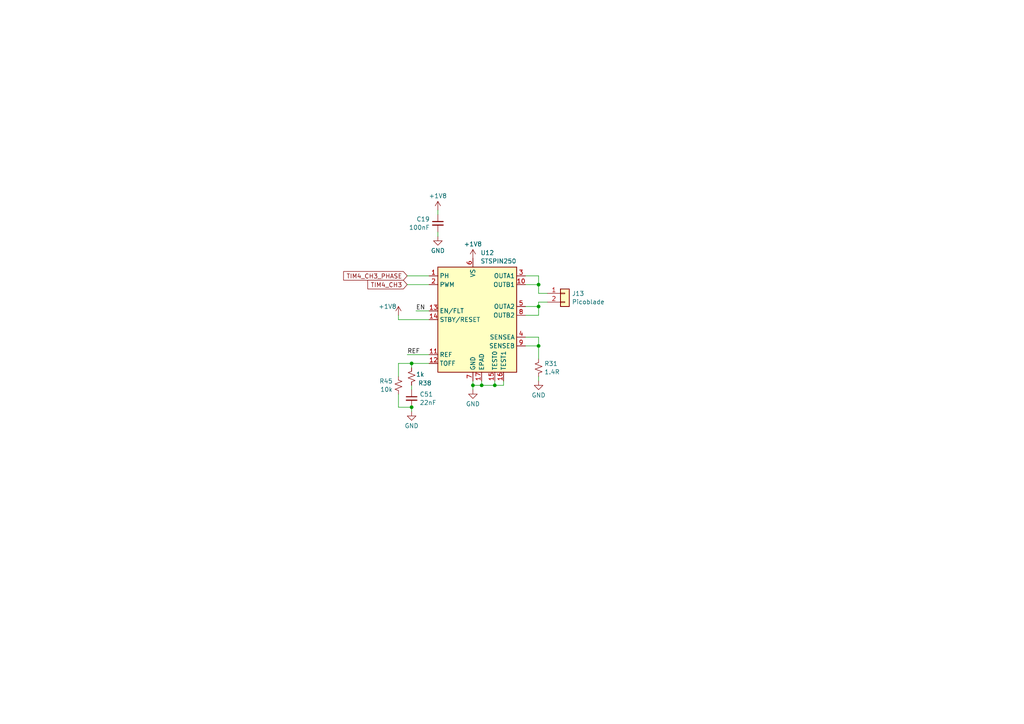
<source format=kicad_sch>
(kicad_sch (version 20230121) (generator eeschema)

  (uuid d3ae3c29-a710-4f7b-94c4-9f99cb159c5b)

  (paper "A4")

  (lib_symbols
    (symbol "Connector_Generic:Conn_01x02" (pin_names (offset 1.016) hide) (in_bom yes) (on_board yes)
      (property "Reference" "J" (at 0 2.54 0)
        (effects (font (size 1.27 1.27)))
      )
      (property "Value" "Conn_01x02" (at 0 -5.08 0)
        (effects (font (size 1.27 1.27)))
      )
      (property "Footprint" "" (at 0 0 0)
        (effects (font (size 1.27 1.27)) hide)
      )
      (property "Datasheet" "~" (at 0 0 0)
        (effects (font (size 1.27 1.27)) hide)
      )
      (property "ki_keywords" "connector" (at 0 0 0)
        (effects (font (size 1.27 1.27)) hide)
      )
      (property "ki_description" "Generic connector, single row, 01x02, script generated (kicad-library-utils/schlib/autogen/connector/)" (at 0 0 0)
        (effects (font (size 1.27 1.27)) hide)
      )
      (property "ki_fp_filters" "Connector*:*_1x??_*" (at 0 0 0)
        (effects (font (size 1.27 1.27)) hide)
      )
      (symbol "Conn_01x02_1_1"
        (rectangle (start -1.27 -2.413) (end 0 -2.667)
          (stroke (width 0.1524) (type default))
          (fill (type none))
        )
        (rectangle (start -1.27 0.127) (end 0 -0.127)
          (stroke (width 0.1524) (type default))
          (fill (type none))
        )
        (rectangle (start -1.27 1.27) (end 1.27 -3.81)
          (stroke (width 0.254) (type default))
          (fill (type background))
        )
        (pin passive line (at -5.08 0 0) (length 3.81)
          (name "Pin_1" (effects (font (size 1.27 1.27))))
          (number "1" (effects (font (size 1.27 1.27))))
        )
        (pin passive line (at -5.08 -2.54 0) (length 3.81)
          (name "Pin_2" (effects (font (size 1.27 1.27))))
          (number "2" (effects (font (size 1.27 1.27))))
        )
      )
    )
    (symbol "Device:C_Small" (pin_numbers hide) (pin_names (offset 0.254) hide) (in_bom yes) (on_board yes)
      (property "Reference" "C" (at 0.254 1.778 0)
        (effects (font (size 1.27 1.27)) (justify left))
      )
      (property "Value" "C_Small" (at 0.254 -2.032 0)
        (effects (font (size 1.27 1.27)) (justify left))
      )
      (property "Footprint" "" (at 0 0 0)
        (effects (font (size 1.27 1.27)) hide)
      )
      (property "Datasheet" "~" (at 0 0 0)
        (effects (font (size 1.27 1.27)) hide)
      )
      (property "ki_keywords" "capacitor cap" (at 0 0 0)
        (effects (font (size 1.27 1.27)) hide)
      )
      (property "ki_description" "Unpolarized capacitor, small symbol" (at 0 0 0)
        (effects (font (size 1.27 1.27)) hide)
      )
      (property "ki_fp_filters" "C_*" (at 0 0 0)
        (effects (font (size 1.27 1.27)) hide)
      )
      (symbol "C_Small_0_1"
        (polyline
          (pts
            (xy -1.524 -0.508)
            (xy 1.524 -0.508)
          )
          (stroke (width 0.3302) (type default))
          (fill (type none))
        )
        (polyline
          (pts
            (xy -1.524 0.508)
            (xy 1.524 0.508)
          )
          (stroke (width 0.3048) (type default))
          (fill (type none))
        )
      )
      (symbol "C_Small_1_1"
        (pin passive line (at 0 2.54 270) (length 2.032)
          (name "~" (effects (font (size 1.27 1.27))))
          (number "1" (effects (font (size 1.27 1.27))))
        )
        (pin passive line (at 0 -2.54 90) (length 2.032)
          (name "~" (effects (font (size 1.27 1.27))))
          (number "2" (effects (font (size 1.27 1.27))))
        )
      )
    )
    (symbol "Device:R_Small_US" (pin_numbers hide) (pin_names (offset 0.254) hide) (in_bom yes) (on_board yes)
      (property "Reference" "R" (at 0.762 0.508 0)
        (effects (font (size 1.27 1.27)) (justify left))
      )
      (property "Value" "R_Small_US" (at 0.762 -1.016 0)
        (effects (font (size 1.27 1.27)) (justify left))
      )
      (property "Footprint" "" (at 0 0 0)
        (effects (font (size 1.27 1.27)) hide)
      )
      (property "Datasheet" "~" (at 0 0 0)
        (effects (font (size 1.27 1.27)) hide)
      )
      (property "ki_keywords" "r resistor" (at 0 0 0)
        (effects (font (size 1.27 1.27)) hide)
      )
      (property "ki_description" "Resistor, small US symbol" (at 0 0 0)
        (effects (font (size 1.27 1.27)) hide)
      )
      (property "ki_fp_filters" "R_*" (at 0 0 0)
        (effects (font (size 1.27 1.27)) hide)
      )
      (symbol "R_Small_US_1_1"
        (polyline
          (pts
            (xy 0 0)
            (xy 1.016 -0.381)
            (xy 0 -0.762)
            (xy -1.016 -1.143)
            (xy 0 -1.524)
          )
          (stroke (width 0) (type default))
          (fill (type none))
        )
        (polyline
          (pts
            (xy 0 1.524)
            (xy 1.016 1.143)
            (xy 0 0.762)
            (xy -1.016 0.381)
            (xy 0 0)
          )
          (stroke (width 0) (type default))
          (fill (type none))
        )
        (pin passive line (at 0 2.54 270) (length 1.016)
          (name "~" (effects (font (size 1.27 1.27))))
          (number "1" (effects (font (size 1.27 1.27))))
        )
        (pin passive line (at 0 -2.54 90) (length 1.016)
          (name "~" (effects (font (size 1.27 1.27))))
          (number "2" (effects (font (size 1.27 1.27))))
        )
      )
    )
    (symbol "components_2:STSPIN250" (in_bom yes) (on_board yes)
      (property "Reference" "U" (at 6.35 21.59 0)
        (effects (font (size 1.27 1.27)))
      )
      (property "Value" "STSPIN250" (at 11.43 19.05 0)
        (effects (font (size 1.27 1.27)))
      )
      (property "Footprint" "" (at 0 24.13 0)
        (effects (font (size 1.27 1.27)) hide)
      )
      (property "Datasheet" "" (at 0 24.13 0)
        (effects (font (size 1.27 1.27)) hide)
      )
      (symbol "STSPIN250_0_1"
        (rectangle (start -10.16 15.24) (end 12.7 -15.24)
          (stroke (width 0.254) (type default))
          (fill (type background))
        )
      )
      (symbol "STSPIN250_1_1"
        (pin input line (at -12.7 12.7 0) (length 2.54)
          (name "PH" (effects (font (size 1.27 1.27))))
          (number "1" (effects (font (size 1.27 1.27))))
        )
        (pin power_out line (at 15.24 10.16 180) (length 2.54)
          (name "OUTB1" (effects (font (size 1.27 1.27))))
          (number "10" (effects (font (size 1.27 1.27))))
        )
        (pin input line (at -12.7 -10.16 0) (length 2.54)
          (name "REF" (effects (font (size 1.27 1.27))))
          (number "11" (effects (font (size 1.27 1.27))))
        )
        (pin input line (at -12.7 -12.7 0) (length 2.54)
          (name "TOFF" (effects (font (size 1.27 1.27))))
          (number "12" (effects (font (size 1.27 1.27))))
        )
        (pin bidirectional line (at -12.7 2.54 0) (length 2.54)
          (name "EN/FLT" (effects (font (size 1.27 1.27))))
          (number "13" (effects (font (size 1.27 1.27))))
        )
        (pin input line (at -12.7 0 0) (length 2.54)
          (name "STBY/RESET" (effects (font (size 1.27 1.27))))
          (number "14" (effects (font (size 1.27 1.27))))
        )
        (pin input line (at 6.35 -17.78 90) (length 2.54)
          (name "TEST0" (effects (font (size 1.27 1.27))))
          (number "15" (effects (font (size 1.27 1.27))))
        )
        (pin input line (at 8.89 -17.78 90) (length 2.54)
          (name "TEST1" (effects (font (size 1.27 1.27))))
          (number "16" (effects (font (size 1.27 1.27))))
        )
        (pin power_in line (at 2.54 -17.78 90) (length 2.54)
          (name "EPAD" (effects (font (size 1.27 1.27))))
          (number "17" (effects (font (size 1.27 1.27))))
        )
        (pin input line (at -12.7 10.16 0) (length 2.54)
          (name "PWM" (effects (font (size 1.27 1.27))))
          (number "2" (effects (font (size 1.27 1.27))))
        )
        (pin power_out line (at 15.24 12.7 180) (length 2.54)
          (name "OUTA1" (effects (font (size 1.27 1.27))))
          (number "3" (effects (font (size 1.27 1.27))))
        )
        (pin power_out line (at 15.24 -5.08 180) (length 2.54)
          (name "SENSEA" (effects (font (size 1.27 1.27))))
          (number "4" (effects (font (size 1.27 1.27))))
        )
        (pin power_out line (at 15.24 3.81 180) (length 2.54)
          (name "OUTA2" (effects (font (size 1.27 1.27))))
          (number "5" (effects (font (size 1.27 1.27))))
        )
        (pin power_in line (at 0 17.78 270) (length 2.54)
          (name "VS" (effects (font (size 1.27 1.27))))
          (number "6" (effects (font (size 1.27 1.27))))
        )
        (pin power_in line (at 0 -17.78 90) (length 2.54)
          (name "GND" (effects (font (size 1.27 1.27))))
          (number "7" (effects (font (size 1.27 1.27))))
        )
        (pin power_out line (at 15.24 1.27 180) (length 2.54)
          (name "OUTB2" (effects (font (size 1.27 1.27))))
          (number "8" (effects (font (size 1.27 1.27))))
        )
        (pin power_out line (at 15.24 -7.62 180) (length 2.54)
          (name "SENSEB" (effects (font (size 1.27 1.27))))
          (number "9" (effects (font (size 1.27 1.27))))
        )
      )
    )
    (symbol "power:+1V8" (power) (pin_names (offset 0)) (in_bom yes) (on_board yes)
      (property "Reference" "#PWR" (at 0 -3.81 0)
        (effects (font (size 1.27 1.27)) hide)
      )
      (property "Value" "+1V8" (at 0 3.556 0)
        (effects (font (size 1.27 1.27)))
      )
      (property "Footprint" "" (at 0 0 0)
        (effects (font (size 1.27 1.27)) hide)
      )
      (property "Datasheet" "" (at 0 0 0)
        (effects (font (size 1.27 1.27)) hide)
      )
      (property "ki_keywords" "global power" (at 0 0 0)
        (effects (font (size 1.27 1.27)) hide)
      )
      (property "ki_description" "Power symbol creates a global label with name \"+1V8\"" (at 0 0 0)
        (effects (font (size 1.27 1.27)) hide)
      )
      (symbol "+1V8_0_1"
        (polyline
          (pts
            (xy -0.762 1.27)
            (xy 0 2.54)
          )
          (stroke (width 0) (type default))
          (fill (type none))
        )
        (polyline
          (pts
            (xy 0 0)
            (xy 0 2.54)
          )
          (stroke (width 0) (type default))
          (fill (type none))
        )
        (polyline
          (pts
            (xy 0 2.54)
            (xy 0.762 1.27)
          )
          (stroke (width 0) (type default))
          (fill (type none))
        )
      )
      (symbol "+1V8_1_1"
        (pin power_in line (at 0 0 90) (length 0) hide
          (name "+1V8" (effects (font (size 1.27 1.27))))
          (number "1" (effects (font (size 1.27 1.27))))
        )
      )
    )
    (symbol "power:GND" (power) (pin_names (offset 0)) (in_bom yes) (on_board yes)
      (property "Reference" "#PWR" (at 0 -6.35 0)
        (effects (font (size 1.27 1.27)) hide)
      )
      (property "Value" "GND" (at 0 -3.81 0)
        (effects (font (size 1.27 1.27)))
      )
      (property "Footprint" "" (at 0 0 0)
        (effects (font (size 1.27 1.27)) hide)
      )
      (property "Datasheet" "" (at 0 0 0)
        (effects (font (size 1.27 1.27)) hide)
      )
      (property "ki_keywords" "global power" (at 0 0 0)
        (effects (font (size 1.27 1.27)) hide)
      )
      (property "ki_description" "Power symbol creates a global label with name \"GND\" , ground" (at 0 0 0)
        (effects (font (size 1.27 1.27)) hide)
      )
      (symbol "GND_0_1"
        (polyline
          (pts
            (xy 0 0)
            (xy 0 -1.27)
            (xy 1.27 -1.27)
            (xy 0 -2.54)
            (xy -1.27 -1.27)
            (xy 0 -1.27)
          )
          (stroke (width 0) (type default))
          (fill (type none))
        )
      )
      (symbol "GND_1_1"
        (pin power_in line (at 0 0 270) (length 0) hide
          (name "GND" (effects (font (size 1.27 1.27))))
          (number "1" (effects (font (size 1.27 1.27))))
        )
      )
    )
  )

  (junction (at 156.21 88.9) (diameter 0) (color 0 0 0 0)
    (uuid 434cb4db-e008-497a-ac75-29356549856d)
  )
  (junction (at 156.21 82.55) (diameter 0) (color 0 0 0 0)
    (uuid 73c65292-b353-4b6d-8478-edeff7afb8c7)
  )
  (junction (at 119.38 118.11) (diameter 0) (color 0 0 0 0)
    (uuid 94b6b8c9-8047-4795-9a9c-fb7cd95c839f)
  )
  (junction (at 156.21 100.33) (diameter 0) (color 0 0 0 0)
    (uuid a7a6fb4e-42d6-42a7-bbf0-d6c88e0348fa)
  )
  (junction (at 143.51 111.76) (diameter 0) (color 0 0 0 0)
    (uuid b3b1cf1f-3840-4d7e-9047-79997c3d87d6)
  )
  (junction (at 137.16 111.76) (diameter 0) (color 0 0 0 0)
    (uuid cbccabf5-514d-4f33-a5e2-8afd2e5196d0)
  )
  (junction (at 119.38 105.41) (diameter 0) (color 0 0 0 0)
    (uuid e8e8b19e-38ee-46f6-abe7-2eb9415a0c45)
  )
  (junction (at 139.7 111.76) (diameter 0) (color 0 0 0 0)
    (uuid ef668624-f822-4384-8bde-da48dda47b2b)
  )

  (wire (pts (xy 158.75 87.63) (xy 156.21 87.63))
    (stroke (width 0) (type default))
    (uuid 03cd1acd-860c-41b6-a0cf-6e5051d36e0a)
  )
  (wire (pts (xy 118.11 82.55) (xy 124.46 82.55))
    (stroke (width 0) (type default))
    (uuid 06fd9dd0-6ba3-4ae0-9c9d-c0107b51778f)
  )
  (wire (pts (xy 119.38 119.38) (xy 119.38 118.11))
    (stroke (width 0) (type default))
    (uuid 0b449ecc-9c82-4820-8698-d2d4d1a6b484)
  )
  (wire (pts (xy 152.4 91.44) (xy 156.21 91.44))
    (stroke (width 0) (type default))
    (uuid 0eadbab4-a729-4a40-b7f8-df60fec4a64f)
  )
  (wire (pts (xy 115.57 92.71) (xy 124.46 92.71))
    (stroke (width 0) (type default))
    (uuid 0f466d35-9b0b-4ceb-b8cd-ea19adb3e898)
  )
  (wire (pts (xy 143.51 111.76) (xy 143.51 110.49))
    (stroke (width 0) (type default))
    (uuid 19da91f9-6a5f-48be-9fcf-aa2467619f8e)
  )
  (wire (pts (xy 156.21 100.33) (xy 156.21 104.14))
    (stroke (width 0) (type default))
    (uuid 1b9f4e11-f494-4182-b389-bc772a267783)
  )
  (wire (pts (xy 115.57 105.41) (xy 119.38 105.41))
    (stroke (width 0) (type default))
    (uuid 20724527-7776-4670-b0cc-9f7d650e952e)
  )
  (wire (pts (xy 156.21 97.79) (xy 156.21 100.33))
    (stroke (width 0) (type default))
    (uuid 23522f3e-82c7-4660-bf36-698bed9ff747)
  )
  (wire (pts (xy 115.57 105.41) (xy 115.57 109.22))
    (stroke (width 0) (type default))
    (uuid 266f7f8c-85f0-4bfc-ac14-3e43d1278dbb)
  )
  (wire (pts (xy 118.11 102.87) (xy 124.46 102.87))
    (stroke (width 0) (type default))
    (uuid 281cc014-5e66-4632-bf75-9540f4ceba37)
  )
  (wire (pts (xy 139.7 111.76) (xy 143.51 111.76))
    (stroke (width 0) (type default))
    (uuid 2c7a6d3a-27d4-47e9-a4c8-a2f54c3346dd)
  )
  (wire (pts (xy 115.57 91.44) (xy 115.57 92.71))
    (stroke (width 0) (type default))
    (uuid 2e373b68-696b-43be-8c67-9f63ce48e298)
  )
  (wire (pts (xy 119.38 111.76) (xy 119.38 113.03))
    (stroke (width 0) (type default))
    (uuid 2e7aa4f7-2f59-45c0-9c9e-df1fa5d386ac)
  )
  (wire (pts (xy 156.21 88.9) (xy 156.21 91.44))
    (stroke (width 0) (type default))
    (uuid 445ea813-6607-4352-8695-0473fe659a8a)
  )
  (wire (pts (xy 137.16 111.76) (xy 137.16 113.03))
    (stroke (width 0) (type default))
    (uuid 45a19862-9131-4617-be6d-7f257a3c5054)
  )
  (wire (pts (xy 139.7 111.76) (xy 139.7 110.49))
    (stroke (width 0) (type default))
    (uuid 487c0dd1-8201-4f33-b8f2-393144b038f8)
  )
  (wire (pts (xy 146.05 111.76) (xy 146.05 110.49))
    (stroke (width 0) (type default))
    (uuid 4ce01599-ccbc-4594-b42d-d099858787a8)
  )
  (wire (pts (xy 137.16 110.49) (xy 137.16 111.76))
    (stroke (width 0) (type default))
    (uuid 603a7429-cd78-4607-ab5d-caf3dfa7385e)
  )
  (wire (pts (xy 156.21 85.09) (xy 158.75 85.09))
    (stroke (width 0) (type default))
    (uuid 6d3e1bae-fd32-4e05-b28b-78396ec183c2)
  )
  (wire (pts (xy 127 67.31) (xy 127 68.58))
    (stroke (width 0) (type default))
    (uuid 78851fe2-9688-4dbc-9a81-e27ce981c1f3)
  )
  (wire (pts (xy 156.21 82.55) (xy 156.21 85.09))
    (stroke (width 0) (type default))
    (uuid 815d45b0-8540-4fa8-8a69-4ab3476e3638)
  )
  (wire (pts (xy 152.4 82.55) (xy 156.21 82.55))
    (stroke (width 0) (type default))
    (uuid 911ea3c5-c522-48e4-b8b7-ffe02eb55a93)
  )
  (wire (pts (xy 143.51 111.76) (xy 146.05 111.76))
    (stroke (width 0) (type default))
    (uuid 91d6b792-46f7-47f9-91e4-44f1397bc96d)
  )
  (wire (pts (xy 152.4 97.79) (xy 156.21 97.79))
    (stroke (width 0) (type default))
    (uuid a13d80eb-dd9f-4a70-b224-482e1c96e3df)
  )
  (wire (pts (xy 156.21 88.9) (xy 152.4 88.9))
    (stroke (width 0) (type default))
    (uuid a660deba-e634-41a5-9be9-1acdd54ca362)
  )
  (wire (pts (xy 152.4 100.33) (xy 156.21 100.33))
    (stroke (width 0) (type default))
    (uuid b7184f51-76fc-4818-af53-3af825e81bd1)
  )
  (wire (pts (xy 115.57 118.11) (xy 119.38 118.11))
    (stroke (width 0) (type default))
    (uuid c318da2f-fddf-4636-993e-5bc7cca1beac)
  )
  (wire (pts (xy 118.11 80.01) (xy 124.46 80.01))
    (stroke (width 0) (type default))
    (uuid ceef53c0-970e-4d91-a9a9-a355a1bba73d)
  )
  (wire (pts (xy 156.21 80.01) (xy 156.21 82.55))
    (stroke (width 0) (type default))
    (uuid df2ba190-63ee-43e9-80ec-603bc7b1877f)
  )
  (wire (pts (xy 137.16 111.76) (xy 139.7 111.76))
    (stroke (width 0) (type default))
    (uuid e3059f48-6eba-4772-a1e5-7160201bb03c)
  )
  (wire (pts (xy 120.65 90.17) (xy 124.46 90.17))
    (stroke (width 0) (type default))
    (uuid e9a31b84-fa76-47dc-b181-4530f0359c14)
  )
  (wire (pts (xy 156.21 109.22) (xy 156.21 110.49))
    (stroke (width 0) (type default))
    (uuid eb020714-22ff-400a-b95c-78631cd48784)
  )
  (wire (pts (xy 119.38 105.41) (xy 119.38 106.68))
    (stroke (width 0) (type default))
    (uuid f1eb8655-58c5-4a22-8f79-c4cc1f1bf9d1)
  )
  (wire (pts (xy 127 60.96) (xy 127 62.23))
    (stroke (width 0) (type default))
    (uuid f720122c-4380-418b-9614-9675d2e484e4)
  )
  (wire (pts (xy 115.57 114.3) (xy 115.57 118.11))
    (stroke (width 0) (type default))
    (uuid f7316a7e-2476-4819-8fb7-96fb7a77e1e5)
  )
  (wire (pts (xy 119.38 105.41) (xy 124.46 105.41))
    (stroke (width 0) (type default))
    (uuid f7a28afd-0294-4a52-a35d-87b0cb052b0f)
  )
  (wire (pts (xy 156.21 87.63) (xy 156.21 88.9))
    (stroke (width 0) (type default))
    (uuid fd07932c-b6c9-4dc1-bdde-48111e3bddea)
  )
  (wire (pts (xy 152.4 80.01) (xy 156.21 80.01))
    (stroke (width 0) (type default))
    (uuid fd3999ed-52e0-460b-b2ea-b4287d468792)
  )

  (label "REF" (at 118.11 102.87 0) (fields_autoplaced)
    (effects (font (size 1.27 1.27)) (justify left bottom))
    (uuid 628b10f0-1978-4e01-9101-0252ddf2d5a9)
  )
  (label "EN" (at 120.65 90.17 0) (fields_autoplaced)
    (effects (font (size 1.27 1.27)) (justify left bottom))
    (uuid cc3ae181-a2dc-4730-89a8-d239b9afe088)
  )

  (global_label "TIM4_CH3_PHASE" (shape input) (at 118.11 80.01 180) (fields_autoplaced)
    (effects (font (size 1.27 1.27)) (justify right))
    (uuid 27350fb2-1066-4bd2-ba1e-b3b2e5e0f022)
    (property "Intersheetrefs" "${INTERSHEET_REFS}" (at 99.0987 80.01 0)
      (effects (font (size 1.27 1.27)) (justify right) hide)
    )
  )
  (global_label "TIM4_CH3" (shape input) (at 118.11 82.55 180) (fields_autoplaced)
    (effects (font (size 1.27 1.27)) (justify right))
    (uuid 5af1ad87-d83c-4865-9eb9-02039a1b5017)
    (property "Intersheetrefs" "${INTERSHEET_REFS}" (at 106.1139 82.55 0)
      (effects (font (size 1.27 1.27)) (justify right) hide)
    )
  )

  (symbol (lib_id "components_2:STSPIN250") (at 137.16 92.71 0) (unit 1)
    (in_bom yes) (on_board yes) (dnp no) (fields_autoplaced)
    (uuid 19eeca92-6ca8-4a31-b672-8fde65669788)
    (property "Reference" "U12" (at 139.3541 73.3257 0)
      (effects (font (size 1.27 1.27)) (justify left))
    )
    (property "Value" "STSPIN250" (at 139.3541 75.7499 0)
      (effects (font (size 1.27 1.27)) (justify left))
    )
    (property "Footprint" "Ultra_librarian:VFQFPN16_STSPIN_STM" (at 137.16 68.58 0)
      (effects (font (size 1.27 1.27)) hide)
    )
    (property "Datasheet" "" (at 137.16 68.58 0)
      (effects (font (size 1.27 1.27)) hide)
    )
    (property "LCSC" "C155561" (at 137.16 92.71 0)
      (effects (font (size 1.27 1.27)) hide)
    )
    (pin "1" (uuid e46c6c14-ad89-41e7-8adc-19629b9363a5))
    (pin "10" (uuid 97811da0-6c20-4a56-8acc-ede948d652a4))
    (pin "11" (uuid 6cd8da83-5e41-42b5-9795-1502d753ce59))
    (pin "12" (uuid 5072d2bc-849c-45b0-86a6-f246efd8c396))
    (pin "13" (uuid 4e2c5edb-598c-4673-981e-bcf1a29386c7))
    (pin "14" (uuid ed236e16-818c-40c0-8947-e853eeccb1af))
    (pin "15" (uuid 027bc0af-25d8-4ee4-b50a-e4daa7fb83c4))
    (pin "16" (uuid 1f78152d-2d05-4851-8d13-4c6d33a2c056))
    (pin "17" (uuid 2a41c778-4014-4d8b-a467-265f45364098))
    (pin "2" (uuid d0ed151e-5bd0-4e9e-9f18-83566a9c2c95))
    (pin "3" (uuid e5cded07-f179-4277-acae-df617063fae1))
    (pin "4" (uuid 7dcbdaa4-9ce3-441b-bc2b-1453d2e23489))
    (pin "5" (uuid 73c7dc44-4717-45ba-9c72-8d83ddba3050))
    (pin "6" (uuid b625d927-c8b1-4d35-b443-f77956de00b2))
    (pin "7" (uuid fac90f5f-7773-4d00-a29d-cf122037bab4))
    (pin "8" (uuid a5d3c886-c924-40c6-89f2-10d7a9adb180))
    (pin "9" (uuid 917c6d82-403f-49be-8bb7-e6186ace1d0d))
    (instances
      (project "KASM_PCB_REV1"
        (path "/bcd76057-59fd-41c5-bb52-9bafb2ef74e0/04e958db-aa3d-41e7-905b-1283accbf3a5"
          (reference "U12") (unit 1)
        )
        (path "/bcd76057-59fd-41c5-bb52-9bafb2ef74e0/04e958db-aa3d-41e7-905b-1283accbf3a5/18dc00ae-3159-4780-b672-12977f79e5ac"
          (reference "U5") (unit 1)
        )
        (path "/bcd76057-59fd-41c5-bb52-9bafb2ef74e0/04e958db-aa3d-41e7-905b-1283accbf3a5/0e4a8bf2-0dd0-4daf-93f5-21aaab6e9079"
          (reference "U12") (unit 1)
        )
        (path "/bcd76057-59fd-41c5-bb52-9bafb2ef74e0/04e958db-aa3d-41e7-905b-1283accbf3a5/fa3e3175-0ec2-4c23-918b-18b69f6d22c9"
          (reference "U7") (unit 1)
        )
        (path "/bcd76057-59fd-41c5-bb52-9bafb2ef74e0/04e958db-aa3d-41e7-905b-1283accbf3a5/5eb57887-e81e-4477-9dd7-7aacc0de0d0b"
          (reference "U34") (unit 1)
        )
        (path "/bcd76057-59fd-41c5-bb52-9bafb2ef74e0/04e958db-aa3d-41e7-905b-1283accbf3a5/e0928f68-e618-4bed-a90d-d4217e4537fe"
          (reference "U35") (unit 1)
        )
        (path "/bcd76057-59fd-41c5-bb52-9bafb2ef74e0/04e958db-aa3d-41e7-905b-1283accbf3a5/035548b8-a31f-4ce4-88ad-eb25e49c8086"
          (reference "U36") (unit 1)
        )
        (path "/bcd76057-59fd-41c5-bb52-9bafb2ef74e0/04e958db-aa3d-41e7-905b-1283accbf3a5/ea7abcee-3bcc-4e0d-ba1f-bfc5afeaff56"
          (reference "U37") (unit 1)
        )
        (path "/bcd76057-59fd-41c5-bb52-9bafb2ef74e0/04e958db-aa3d-41e7-905b-1283accbf3a5/d43b2610-0e88-49f5-accf-91021c3a3747"
          (reference "U38") (unit 1)
        )
        (path "/bcd76057-59fd-41c5-bb52-9bafb2ef74e0/04e958db-aa3d-41e7-905b-1283accbf3a5/183aa310-3222-4137-baac-257f5699b820"
          (reference "U39") (unit 1)
        )
        (path "/bcd76057-59fd-41c5-bb52-9bafb2ef74e0/04e958db-aa3d-41e7-905b-1283accbf3a5/517c7ed0-094c-4bf8-893e-b74da427973a"
          (reference "U40") (unit 1)
        )
        (path "/bcd76057-59fd-41c5-bb52-9bafb2ef74e0/04e958db-aa3d-41e7-905b-1283accbf3a5/31bee4a8-b94d-44ab-a7b7-0e5ab7943934"
          (reference "U41") (unit 1)
        )
        (path "/bcd76057-59fd-41c5-bb52-9bafb2ef74e0/04e958db-aa3d-41e7-905b-1283accbf3a5/3c7f0f67-84e4-46e0-ae69-a3c8008fc518"
          (reference "U42") (unit 1)
        )
        (path "/bcd76057-59fd-41c5-bb52-9bafb2ef74e0/04e958db-aa3d-41e7-905b-1283accbf3a5/09624144-9abc-4214-b8b3-19be92fa01bb"
          (reference "U43") (unit 1)
        )
        (path "/bcd76057-59fd-41c5-bb52-9bafb2ef74e0/04e958db-aa3d-41e7-905b-1283accbf3a5/debcf873-ffd9-4218-a838-354e10f40114"
          (reference "U44") (unit 1)
        )
        (path "/bcd76057-59fd-41c5-bb52-9bafb2ef74e0/04e958db-aa3d-41e7-905b-1283accbf3a5/f3d20732-cdac-44e3-a331-3cd31b97ff57"
          (reference "U45") (unit 1)
        )
        (path "/bcd76057-59fd-41c5-bb52-9bafb2ef74e0/04e958db-aa3d-41e7-905b-1283accbf3a5/d282b751-7721-4014-b2b7-469980c2fd3d"
          (reference "U46") (unit 1)
        )
        (path "/bcd76057-59fd-41c5-bb52-9bafb2ef74e0/04e958db-aa3d-41e7-905b-1283accbf3a5/2f342150-1aa1-4808-811e-c8652a7360ed"
          (reference "U47") (unit 1)
        )
        (path "/bcd76057-59fd-41c5-bb52-9bafb2ef74e0/04e958db-aa3d-41e7-905b-1283accbf3a5/880b3b36-85e8-4c3c-aa09-491ac2842d9f"
          (reference "U48") (unit 1)
        )
        (path "/bcd76057-59fd-41c5-bb52-9bafb2ef74e0/04e958db-aa3d-41e7-905b-1283accbf3a5/a00a6dc6-5da7-4e1f-b4ec-6af8efc204f4"
          (reference "U49") (unit 1)
        )
        (path "/bcd76057-59fd-41c5-bb52-9bafb2ef74e0/04e958db-aa3d-41e7-905b-1283accbf3a5/fb97f32a-344e-42d0-80a3-2f30f649c95b"
          (reference "U50") (unit 1)
        )
        (path "/bcd76057-59fd-41c5-bb52-9bafb2ef74e0/04e958db-aa3d-41e7-905b-1283accbf3a5/1e6d7f69-4122-453e-9254-d2339f5150d7"
          (reference "U52") (unit 1)
        )
        (path "/bcd76057-59fd-41c5-bb52-9bafb2ef74e0/04e958db-aa3d-41e7-905b-1283accbf3a5/cc8e9e82-b38f-4c96-81d0-3ca8ac77f771"
          (reference "U53") (unit 1)
        )
        (path "/bcd76057-59fd-41c5-bb52-9bafb2ef74e0/04e958db-aa3d-41e7-905b-1283accbf3a5/b1894ed9-6a63-4439-a2e8-1827c3e49ee7"
          (reference "U54") (unit 1)
        )
        (path "/bcd76057-59fd-41c5-bb52-9bafb2ef74e0/04e958db-aa3d-41e7-905b-1283accbf3a5/a49d49c7-da1f-4137-a620-bdc9f58595d1"
          (reference "U55") (unit 1)
        )
        (path "/bcd76057-59fd-41c5-bb52-9bafb2ef74e0/04e958db-aa3d-41e7-905b-1283accbf3a5/80cd4e08-0efe-488f-8e92-54beb1b4d1f2"
          (reference "U56") (unit 1)
        )
        (path "/bcd76057-59fd-41c5-bb52-9bafb2ef74e0/04e958db-aa3d-41e7-905b-1283accbf3a5/317da025-5f62-4c93-8d06-7954e608af1c"
          (reference "U57") (unit 1)
        )
        (path "/bcd76057-59fd-41c5-bb52-9bafb2ef74e0/04e958db-aa3d-41e7-905b-1283accbf3a5/758d2951-640e-4c88-be12-1a100eb086a5"
          (reference "U51") (unit 1)
        )
      )
    )
  )

  (symbol (lib_id "power:GND") (at 119.38 119.38 0) (unit 1)
    (in_bom yes) (on_board yes) (dnp no)
    (uuid 1b560aea-f1d1-4242-9055-9226e0b1f112)
    (property "Reference" "#PWR0113" (at 119.38 125.73 0)
      (effects (font (size 1.27 1.27)) hide)
    )
    (property "Value" "GND" (at 119.38 123.5131 0)
      (effects (font (size 1.27 1.27)))
    )
    (property "Footprint" "" (at 119.38 119.38 0)
      (effects (font (size 1.27 1.27)) hide)
    )
    (property "Datasheet" "" (at 119.38 119.38 0)
      (effects (font (size 1.27 1.27)) hide)
    )
    (pin "1" (uuid 4637a27a-c5c6-4311-b6dc-3fecae4bd51a))
    (instances
      (project "KASM_PCB_REV1"
        (path "/bcd76057-59fd-41c5-bb52-9bafb2ef74e0/04e958db-aa3d-41e7-905b-1283accbf3a5"
          (reference "#PWR0113") (unit 1)
        )
        (path "/bcd76057-59fd-41c5-bb52-9bafb2ef74e0/04e958db-aa3d-41e7-905b-1283accbf3a5/18dc00ae-3159-4780-b672-12977f79e5ac"
          (reference "#PWR0106") (unit 1)
        )
        (path "/bcd76057-59fd-41c5-bb52-9bafb2ef74e0/04e958db-aa3d-41e7-905b-1283accbf3a5/0e4a8bf2-0dd0-4daf-93f5-21aaab6e9079"
          (reference "#PWR0262") (unit 1)
        )
        (path "/bcd76057-59fd-41c5-bb52-9bafb2ef74e0/04e958db-aa3d-41e7-905b-1283accbf3a5/fa3e3175-0ec2-4c23-918b-18b69f6d22c9"
          (reference "#PWR0108") (unit 1)
        )
        (path "/bcd76057-59fd-41c5-bb52-9bafb2ef74e0/04e958db-aa3d-41e7-905b-1283accbf3a5/5eb57887-e81e-4477-9dd7-7aacc0de0d0b"
          (reference "#PWR0269") (unit 1)
        )
        (path "/bcd76057-59fd-41c5-bb52-9bafb2ef74e0/04e958db-aa3d-41e7-905b-1283accbf3a5/e0928f68-e618-4bed-a90d-d4217e4537fe"
          (reference "#PWR0276") (unit 1)
        )
        (path "/bcd76057-59fd-41c5-bb52-9bafb2ef74e0/04e958db-aa3d-41e7-905b-1283accbf3a5/035548b8-a31f-4ce4-88ad-eb25e49c8086"
          (reference "#PWR0283") (unit 1)
        )
        (path "/bcd76057-59fd-41c5-bb52-9bafb2ef74e0/04e958db-aa3d-41e7-905b-1283accbf3a5/ea7abcee-3bcc-4e0d-ba1f-bfc5afeaff56"
          (reference "#PWR0290") (unit 1)
        )
        (path "/bcd76057-59fd-41c5-bb52-9bafb2ef74e0/04e958db-aa3d-41e7-905b-1283accbf3a5/d43b2610-0e88-49f5-accf-91021c3a3747"
          (reference "#PWR0297") (unit 1)
        )
        (path "/bcd76057-59fd-41c5-bb52-9bafb2ef74e0/04e958db-aa3d-41e7-905b-1283accbf3a5/183aa310-3222-4137-baac-257f5699b820"
          (reference "#PWR0304") (unit 1)
        )
        (path "/bcd76057-59fd-41c5-bb52-9bafb2ef74e0/04e958db-aa3d-41e7-905b-1283accbf3a5/517c7ed0-094c-4bf8-893e-b74da427973a"
          (reference "#PWR0311") (unit 1)
        )
        (path "/bcd76057-59fd-41c5-bb52-9bafb2ef74e0/04e958db-aa3d-41e7-905b-1283accbf3a5/31bee4a8-b94d-44ab-a7b7-0e5ab7943934"
          (reference "#PWR0318") (unit 1)
        )
        (path "/bcd76057-59fd-41c5-bb52-9bafb2ef74e0/04e958db-aa3d-41e7-905b-1283accbf3a5/3c7f0f67-84e4-46e0-ae69-a3c8008fc518"
          (reference "#PWR0325") (unit 1)
        )
        (path "/bcd76057-59fd-41c5-bb52-9bafb2ef74e0/04e958db-aa3d-41e7-905b-1283accbf3a5/09624144-9abc-4214-b8b3-19be92fa01bb"
          (reference "#PWR0332") (unit 1)
        )
        (path "/bcd76057-59fd-41c5-bb52-9bafb2ef74e0/04e958db-aa3d-41e7-905b-1283accbf3a5/debcf873-ffd9-4218-a838-354e10f40114"
          (reference "#PWR0339") (unit 1)
        )
        (path "/bcd76057-59fd-41c5-bb52-9bafb2ef74e0/04e958db-aa3d-41e7-905b-1283accbf3a5/f3d20732-cdac-44e3-a331-3cd31b97ff57"
          (reference "#PWR0346") (unit 1)
        )
        (path "/bcd76057-59fd-41c5-bb52-9bafb2ef74e0/04e958db-aa3d-41e7-905b-1283accbf3a5/d282b751-7721-4014-b2b7-469980c2fd3d"
          (reference "#PWR0353") (unit 1)
        )
        (path "/bcd76057-59fd-41c5-bb52-9bafb2ef74e0/04e958db-aa3d-41e7-905b-1283accbf3a5/2f342150-1aa1-4808-811e-c8652a7360ed"
          (reference "#PWR0360") (unit 1)
        )
        (path "/bcd76057-59fd-41c5-bb52-9bafb2ef74e0/04e958db-aa3d-41e7-905b-1283accbf3a5/880b3b36-85e8-4c3c-aa09-491ac2842d9f"
          (reference "#PWR0367") (unit 1)
        )
        (path "/bcd76057-59fd-41c5-bb52-9bafb2ef74e0/04e958db-aa3d-41e7-905b-1283accbf3a5/a00a6dc6-5da7-4e1f-b4ec-6af8efc204f4"
          (reference "#PWR0374") (unit 1)
        )
        (path "/bcd76057-59fd-41c5-bb52-9bafb2ef74e0/04e958db-aa3d-41e7-905b-1283accbf3a5/fb97f32a-344e-42d0-80a3-2f30f649c95b"
          (reference "#PWR0381") (unit 1)
        )
        (path "/bcd76057-59fd-41c5-bb52-9bafb2ef74e0/04e958db-aa3d-41e7-905b-1283accbf3a5/1e6d7f69-4122-453e-9254-d2339f5150d7"
          (reference "#PWR0395") (unit 1)
        )
        (path "/bcd76057-59fd-41c5-bb52-9bafb2ef74e0/04e958db-aa3d-41e7-905b-1283accbf3a5/cc8e9e82-b38f-4c96-81d0-3ca8ac77f771"
          (reference "#PWR0402") (unit 1)
        )
        (path "/bcd76057-59fd-41c5-bb52-9bafb2ef74e0/04e958db-aa3d-41e7-905b-1283accbf3a5/b1894ed9-6a63-4439-a2e8-1827c3e49ee7"
          (reference "#PWR0409") (unit 1)
        )
        (path "/bcd76057-59fd-41c5-bb52-9bafb2ef74e0/04e958db-aa3d-41e7-905b-1283accbf3a5/a49d49c7-da1f-4137-a620-bdc9f58595d1"
          (reference "#PWR0416") (unit 1)
        )
        (path "/bcd76057-59fd-41c5-bb52-9bafb2ef74e0/04e958db-aa3d-41e7-905b-1283accbf3a5/80cd4e08-0efe-488f-8e92-54beb1b4d1f2"
          (reference "#PWR0423") (unit 1)
        )
        (path "/bcd76057-59fd-41c5-bb52-9bafb2ef74e0/04e958db-aa3d-41e7-905b-1283accbf3a5/317da025-5f62-4c93-8d06-7954e608af1c"
          (reference "#PWR0430") (unit 1)
        )
        (path "/bcd76057-59fd-41c5-bb52-9bafb2ef74e0/04e958db-aa3d-41e7-905b-1283accbf3a5/758d2951-640e-4c88-be12-1a100eb086a5"
          (reference "#PWR0388") (unit 1)
        )
      )
    )
  )

  (symbol (lib_id "Device:R_Small_US") (at 115.57 111.76 0) (unit 1)
    (in_bom yes) (on_board yes) (dnp no)
    (uuid 1c0f638b-f20f-4b2e-b1b4-83a656ba64a2)
    (property "Reference" "R45" (at 113.919 110.5479 0)
      (effects (font (size 1.27 1.27)) (justify right))
    )
    (property "Value" "10k" (at 113.919 112.9721 0)
      (effects (font (size 1.27 1.27)) (justify right))
    )
    (property "Footprint" "Resistor_SMD:R_0402_1005Metric" (at 115.57 111.76 0)
      (effects (font (size 1.27 1.27)) hide)
    )
    (property "Datasheet" "~" (at 115.57 111.76 0)
      (effects (font (size 1.27 1.27)) hide)
    )
    (property "LCSC" "C25744" (at 115.57 111.76 0)
      (effects (font (size 1.27 1.27)) hide)
    )
    (pin "1" (uuid 32b177db-daf9-4a6b-9c8f-4c4a6aa2c23e))
    (pin "2" (uuid 07fe93d4-1469-4ba6-a4b1-0eeff5425a0e))
    (instances
      (project "KASM_PCB_REV1"
        (path "/bcd76057-59fd-41c5-bb52-9bafb2ef74e0/04e958db-aa3d-41e7-905b-1283accbf3a5"
          (reference "R45") (unit 1)
        )
        (path "/bcd76057-59fd-41c5-bb52-9bafb2ef74e0/04e958db-aa3d-41e7-905b-1283accbf3a5/18dc00ae-3159-4780-b672-12977f79e5ac"
          (reference "R45") (unit 1)
        )
        (path "/bcd76057-59fd-41c5-bb52-9bafb2ef74e0/04e958db-aa3d-41e7-905b-1283accbf3a5/0e4a8bf2-0dd0-4daf-93f5-21aaab6e9079"
          (reference "R110") (unit 1)
        )
        (path "/bcd76057-59fd-41c5-bb52-9bafb2ef74e0/04e958db-aa3d-41e7-905b-1283accbf3a5/fa3e3175-0ec2-4c23-918b-18b69f6d22c9"
          (reference "R40") (unit 1)
        )
        (path "/bcd76057-59fd-41c5-bb52-9bafb2ef74e0/04e958db-aa3d-41e7-905b-1283accbf3a5/5eb57887-e81e-4477-9dd7-7aacc0de0d0b"
          (reference "R113") (unit 1)
        )
        (path "/bcd76057-59fd-41c5-bb52-9bafb2ef74e0/04e958db-aa3d-41e7-905b-1283accbf3a5/e0928f68-e618-4bed-a90d-d4217e4537fe"
          (reference "R116") (unit 1)
        )
        (path "/bcd76057-59fd-41c5-bb52-9bafb2ef74e0/04e958db-aa3d-41e7-905b-1283accbf3a5/035548b8-a31f-4ce4-88ad-eb25e49c8086"
          (reference "R119") (unit 1)
        )
        (path "/bcd76057-59fd-41c5-bb52-9bafb2ef74e0/04e958db-aa3d-41e7-905b-1283accbf3a5/ea7abcee-3bcc-4e0d-ba1f-bfc5afeaff56"
          (reference "R122") (unit 1)
        )
        (path "/bcd76057-59fd-41c5-bb52-9bafb2ef74e0/04e958db-aa3d-41e7-905b-1283accbf3a5/d43b2610-0e88-49f5-accf-91021c3a3747"
          (reference "R125") (unit 1)
        )
        (path "/bcd76057-59fd-41c5-bb52-9bafb2ef74e0/04e958db-aa3d-41e7-905b-1283accbf3a5/183aa310-3222-4137-baac-257f5699b820"
          (reference "R128") (unit 1)
        )
        (path "/bcd76057-59fd-41c5-bb52-9bafb2ef74e0/04e958db-aa3d-41e7-905b-1283accbf3a5/517c7ed0-094c-4bf8-893e-b74da427973a"
          (reference "R131") (unit 1)
        )
        (path "/bcd76057-59fd-41c5-bb52-9bafb2ef74e0/04e958db-aa3d-41e7-905b-1283accbf3a5/31bee4a8-b94d-44ab-a7b7-0e5ab7943934"
          (reference "R134") (unit 1)
        )
        (path "/bcd76057-59fd-41c5-bb52-9bafb2ef74e0/04e958db-aa3d-41e7-905b-1283accbf3a5/3c7f0f67-84e4-46e0-ae69-a3c8008fc518"
          (reference "R137") (unit 1)
        )
        (path "/bcd76057-59fd-41c5-bb52-9bafb2ef74e0/04e958db-aa3d-41e7-905b-1283accbf3a5/09624144-9abc-4214-b8b3-19be92fa01bb"
          (reference "R140") (unit 1)
        )
        (path "/bcd76057-59fd-41c5-bb52-9bafb2ef74e0/04e958db-aa3d-41e7-905b-1283accbf3a5/debcf873-ffd9-4218-a838-354e10f40114"
          (reference "R143") (unit 1)
        )
        (path "/bcd76057-59fd-41c5-bb52-9bafb2ef74e0/04e958db-aa3d-41e7-905b-1283accbf3a5/f3d20732-cdac-44e3-a331-3cd31b97ff57"
          (reference "R146") (unit 1)
        )
        (path "/bcd76057-59fd-41c5-bb52-9bafb2ef74e0/04e958db-aa3d-41e7-905b-1283accbf3a5/d282b751-7721-4014-b2b7-469980c2fd3d"
          (reference "R149") (unit 1)
        )
        (path "/bcd76057-59fd-41c5-bb52-9bafb2ef74e0/04e958db-aa3d-41e7-905b-1283accbf3a5/2f342150-1aa1-4808-811e-c8652a7360ed"
          (reference "R152") (unit 1)
        )
        (path "/bcd76057-59fd-41c5-bb52-9bafb2ef74e0/04e958db-aa3d-41e7-905b-1283accbf3a5/880b3b36-85e8-4c3c-aa09-491ac2842d9f"
          (reference "R155") (unit 1)
        )
        (path "/bcd76057-59fd-41c5-bb52-9bafb2ef74e0/04e958db-aa3d-41e7-905b-1283accbf3a5/a00a6dc6-5da7-4e1f-b4ec-6af8efc204f4"
          (reference "R158") (unit 1)
        )
        (path "/bcd76057-59fd-41c5-bb52-9bafb2ef74e0/04e958db-aa3d-41e7-905b-1283accbf3a5/fb97f32a-344e-42d0-80a3-2f30f649c95b"
          (reference "R161") (unit 1)
        )
        (path "/bcd76057-59fd-41c5-bb52-9bafb2ef74e0/04e958db-aa3d-41e7-905b-1283accbf3a5/1e6d7f69-4122-453e-9254-d2339f5150d7"
          (reference "R167") (unit 1)
        )
        (path "/bcd76057-59fd-41c5-bb52-9bafb2ef74e0/04e958db-aa3d-41e7-905b-1283accbf3a5/cc8e9e82-b38f-4c96-81d0-3ca8ac77f771"
          (reference "R170") (unit 1)
        )
        (path "/bcd76057-59fd-41c5-bb52-9bafb2ef74e0/04e958db-aa3d-41e7-905b-1283accbf3a5/b1894ed9-6a63-4439-a2e8-1827c3e49ee7"
          (reference "R173") (unit 1)
        )
        (path "/bcd76057-59fd-41c5-bb52-9bafb2ef74e0/04e958db-aa3d-41e7-905b-1283accbf3a5/a49d49c7-da1f-4137-a620-bdc9f58595d1"
          (reference "R176") (unit 1)
        )
        (path "/bcd76057-59fd-41c5-bb52-9bafb2ef74e0/04e958db-aa3d-41e7-905b-1283accbf3a5/80cd4e08-0efe-488f-8e92-54beb1b4d1f2"
          (reference "R179") (unit 1)
        )
        (path "/bcd76057-59fd-41c5-bb52-9bafb2ef74e0/04e958db-aa3d-41e7-905b-1283accbf3a5/317da025-5f62-4c93-8d06-7954e608af1c"
          (reference "R182") (unit 1)
        )
        (path "/bcd76057-59fd-41c5-bb52-9bafb2ef74e0/04e958db-aa3d-41e7-905b-1283accbf3a5/758d2951-640e-4c88-be12-1a100eb086a5"
          (reference "R164") (unit 1)
        )
      )
    )
  )

  (symbol (lib_id "Device:C_Small") (at 119.38 115.57 0) (unit 1)
    (in_bom yes) (on_board yes) (dnp no)
    (uuid 2782306e-b156-4b63-ae9d-a4809019075d)
    (property "Reference" "C51" (at 121.7041 114.3642 0)
      (effects (font (size 1.27 1.27)) (justify left))
    )
    (property "Value" "22nF" (at 121.7041 116.7884 0)
      (effects (font (size 1.27 1.27)) (justify left))
    )
    (property "Footprint" "Capacitor_SMD:C_0402_1005Metric" (at 119.38 115.57 0)
      (effects (font (size 1.27 1.27)) hide)
    )
    (property "Datasheet" "~" (at 119.38 115.57 0)
      (effects (font (size 1.27 1.27)) hide)
    )
    (property "LCSC" "C1532" (at 119.38 115.57 0)
      (effects (font (size 1.27 1.27)) hide)
    )
    (pin "1" (uuid 45cc038a-6790-4cfb-91c4-5c23167940f5))
    (pin "2" (uuid d4512f2d-7735-4fc1-a4ef-1aaab42564c2))
    (instances
      (project "KASM_PCB_REV1"
        (path "/bcd76057-59fd-41c5-bb52-9bafb2ef74e0/04e958db-aa3d-41e7-905b-1283accbf3a5"
          (reference "C51") (unit 1)
        )
        (path "/bcd76057-59fd-41c5-bb52-9bafb2ef74e0/04e958db-aa3d-41e7-905b-1283accbf3a5/18dc00ae-3159-4780-b672-12977f79e5ac"
          (reference "C51") (unit 1)
        )
        (path "/bcd76057-59fd-41c5-bb52-9bafb2ef74e0/04e958db-aa3d-41e7-905b-1283accbf3a5/0e4a8bf2-0dd0-4daf-93f5-21aaab6e9079"
          (reference "C95") (unit 1)
        )
        (path "/bcd76057-59fd-41c5-bb52-9bafb2ef74e0/04e958db-aa3d-41e7-905b-1283accbf3a5/fa3e3175-0ec2-4c23-918b-18b69f6d22c9"
          (reference "C46") (unit 1)
        )
        (path "/bcd76057-59fd-41c5-bb52-9bafb2ef74e0/04e958db-aa3d-41e7-905b-1283accbf3a5/5eb57887-e81e-4477-9dd7-7aacc0de0d0b"
          (reference "C97") (unit 1)
        )
        (path "/bcd76057-59fd-41c5-bb52-9bafb2ef74e0/04e958db-aa3d-41e7-905b-1283accbf3a5/e0928f68-e618-4bed-a90d-d4217e4537fe"
          (reference "C99") (unit 1)
        )
        (path "/bcd76057-59fd-41c5-bb52-9bafb2ef74e0/04e958db-aa3d-41e7-905b-1283accbf3a5/035548b8-a31f-4ce4-88ad-eb25e49c8086"
          (reference "C101") (unit 1)
        )
        (path "/bcd76057-59fd-41c5-bb52-9bafb2ef74e0/04e958db-aa3d-41e7-905b-1283accbf3a5/ea7abcee-3bcc-4e0d-ba1f-bfc5afeaff56"
          (reference "C103") (unit 1)
        )
        (path "/bcd76057-59fd-41c5-bb52-9bafb2ef74e0/04e958db-aa3d-41e7-905b-1283accbf3a5/d43b2610-0e88-49f5-accf-91021c3a3747"
          (reference "C105") (unit 1)
        )
        (path "/bcd76057-59fd-41c5-bb52-9bafb2ef74e0/04e958db-aa3d-41e7-905b-1283accbf3a5/183aa310-3222-4137-baac-257f5699b820"
          (reference "C107") (unit 1)
        )
        (path "/bcd76057-59fd-41c5-bb52-9bafb2ef74e0/04e958db-aa3d-41e7-905b-1283accbf3a5/517c7ed0-094c-4bf8-893e-b74da427973a"
          (reference "C109") (unit 1)
        )
        (path "/bcd76057-59fd-41c5-bb52-9bafb2ef74e0/04e958db-aa3d-41e7-905b-1283accbf3a5/31bee4a8-b94d-44ab-a7b7-0e5ab7943934"
          (reference "C111") (unit 1)
        )
        (path "/bcd76057-59fd-41c5-bb52-9bafb2ef74e0/04e958db-aa3d-41e7-905b-1283accbf3a5/3c7f0f67-84e4-46e0-ae69-a3c8008fc518"
          (reference "C113") (unit 1)
        )
        (path "/bcd76057-59fd-41c5-bb52-9bafb2ef74e0/04e958db-aa3d-41e7-905b-1283accbf3a5/09624144-9abc-4214-b8b3-19be92fa01bb"
          (reference "C115") (unit 1)
        )
        (path "/bcd76057-59fd-41c5-bb52-9bafb2ef74e0/04e958db-aa3d-41e7-905b-1283accbf3a5/debcf873-ffd9-4218-a838-354e10f40114"
          (reference "C117") (unit 1)
        )
        (path "/bcd76057-59fd-41c5-bb52-9bafb2ef74e0/04e958db-aa3d-41e7-905b-1283accbf3a5/f3d20732-cdac-44e3-a331-3cd31b97ff57"
          (reference "C119") (unit 1)
        )
        (path "/bcd76057-59fd-41c5-bb52-9bafb2ef74e0/04e958db-aa3d-41e7-905b-1283accbf3a5/d282b751-7721-4014-b2b7-469980c2fd3d"
          (reference "C121") (unit 1)
        )
        (path "/bcd76057-59fd-41c5-bb52-9bafb2ef74e0/04e958db-aa3d-41e7-905b-1283accbf3a5/2f342150-1aa1-4808-811e-c8652a7360ed"
          (reference "C123") (unit 1)
        )
        (path "/bcd76057-59fd-41c5-bb52-9bafb2ef74e0/04e958db-aa3d-41e7-905b-1283accbf3a5/880b3b36-85e8-4c3c-aa09-491ac2842d9f"
          (reference "C125") (unit 1)
        )
        (path "/bcd76057-59fd-41c5-bb52-9bafb2ef74e0/04e958db-aa3d-41e7-905b-1283accbf3a5/a00a6dc6-5da7-4e1f-b4ec-6af8efc204f4"
          (reference "C127") (unit 1)
        )
        (path "/bcd76057-59fd-41c5-bb52-9bafb2ef74e0/04e958db-aa3d-41e7-905b-1283accbf3a5/fb97f32a-344e-42d0-80a3-2f30f649c95b"
          (reference "C129") (unit 1)
        )
        (path "/bcd76057-59fd-41c5-bb52-9bafb2ef74e0/04e958db-aa3d-41e7-905b-1283accbf3a5/1e6d7f69-4122-453e-9254-d2339f5150d7"
          (reference "C133") (unit 1)
        )
        (path "/bcd76057-59fd-41c5-bb52-9bafb2ef74e0/04e958db-aa3d-41e7-905b-1283accbf3a5/cc8e9e82-b38f-4c96-81d0-3ca8ac77f771"
          (reference "C135") (unit 1)
        )
        (path "/bcd76057-59fd-41c5-bb52-9bafb2ef74e0/04e958db-aa3d-41e7-905b-1283accbf3a5/b1894ed9-6a63-4439-a2e8-1827c3e49ee7"
          (reference "C137") (unit 1)
        )
        (path "/bcd76057-59fd-41c5-bb52-9bafb2ef74e0/04e958db-aa3d-41e7-905b-1283accbf3a5/a49d49c7-da1f-4137-a620-bdc9f58595d1"
          (reference "C139") (unit 1)
        )
        (path "/bcd76057-59fd-41c5-bb52-9bafb2ef74e0/04e958db-aa3d-41e7-905b-1283accbf3a5/80cd4e08-0efe-488f-8e92-54beb1b4d1f2"
          (reference "C141") (unit 1)
        )
        (path "/bcd76057-59fd-41c5-bb52-9bafb2ef74e0/04e958db-aa3d-41e7-905b-1283accbf3a5/317da025-5f62-4c93-8d06-7954e608af1c"
          (reference "C143") (unit 1)
        )
        (path "/bcd76057-59fd-41c5-bb52-9bafb2ef74e0/04e958db-aa3d-41e7-905b-1283accbf3a5/758d2951-640e-4c88-be12-1a100eb086a5"
          (reference "C131") (unit 1)
        )
      )
    )
  )

  (symbol (lib_id "Device:C_Small") (at 127 64.77 0) (mirror y) (unit 1)
    (in_bom yes) (on_board yes) (dnp no)
    (uuid 30662a80-f7ba-4153-8c23-39ace1e524b8)
    (property "Reference" "C19" (at 124.6759 63.5642 0)
      (effects (font (size 1.27 1.27)) (justify left))
    )
    (property "Value" "100nF" (at 124.6759 65.9884 0)
      (effects (font (size 1.27 1.27)) (justify left))
    )
    (property "Footprint" "Capacitor_SMD:C_0402_1005Metric" (at 127 64.77 0)
      (effects (font (size 1.27 1.27)) hide)
    )
    (property "Datasheet" "~" (at 127 64.77 0)
      (effects (font (size 1.27 1.27)) hide)
    )
    (property "LCSC" "C1525" (at 127 64.77 0)
      (effects (font (size 1.27 1.27)) hide)
    )
    (pin "1" (uuid 895c655b-c28c-4357-b4cb-52024c7cdb04))
    (pin "2" (uuid 517a1446-2faa-475e-a498-cdaac64064c7))
    (instances
      (project "KASM_PCB_REV1"
        (path "/bcd76057-59fd-41c5-bb52-9bafb2ef74e0/9f28d78d-ca42-4041-9be6-b996c46b4a0a"
          (reference "C19") (unit 1)
        )
        (path "/bcd76057-59fd-41c5-bb52-9bafb2ef74e0/da6e1dd6-6549-4588-8765-3ff657cbe17b"
          (reference "C1") (unit 1)
        )
        (path "/bcd76057-59fd-41c5-bb52-9bafb2ef74e0/04e958db-aa3d-41e7-905b-1283accbf3a5"
          (reference "C40") (unit 1)
        )
        (path "/bcd76057-59fd-41c5-bb52-9bafb2ef74e0/04e958db-aa3d-41e7-905b-1283accbf3a5/18dc00ae-3159-4780-b672-12977f79e5ac"
          (reference "C40") (unit 1)
        )
        (path "/bcd76057-59fd-41c5-bb52-9bafb2ef74e0/04e958db-aa3d-41e7-905b-1283accbf3a5/0e4a8bf2-0dd0-4daf-93f5-21aaab6e9079"
          (reference "C94") (unit 1)
        )
        (path "/bcd76057-59fd-41c5-bb52-9bafb2ef74e0/04e958db-aa3d-41e7-905b-1283accbf3a5/fa3e3175-0ec2-4c23-918b-18b69f6d22c9"
          (reference "C42") (unit 1)
        )
        (path "/bcd76057-59fd-41c5-bb52-9bafb2ef74e0/04e958db-aa3d-41e7-905b-1283accbf3a5/5eb57887-e81e-4477-9dd7-7aacc0de0d0b"
          (reference "C96") (unit 1)
        )
        (path "/bcd76057-59fd-41c5-bb52-9bafb2ef74e0/04e958db-aa3d-41e7-905b-1283accbf3a5/e0928f68-e618-4bed-a90d-d4217e4537fe"
          (reference "C98") (unit 1)
        )
        (path "/bcd76057-59fd-41c5-bb52-9bafb2ef74e0/04e958db-aa3d-41e7-905b-1283accbf3a5/035548b8-a31f-4ce4-88ad-eb25e49c8086"
          (reference "C100") (unit 1)
        )
        (path "/bcd76057-59fd-41c5-bb52-9bafb2ef74e0/04e958db-aa3d-41e7-905b-1283accbf3a5/ea7abcee-3bcc-4e0d-ba1f-bfc5afeaff56"
          (reference "C102") (unit 1)
        )
        (path "/bcd76057-59fd-41c5-bb52-9bafb2ef74e0/04e958db-aa3d-41e7-905b-1283accbf3a5/d43b2610-0e88-49f5-accf-91021c3a3747"
          (reference "C104") (unit 1)
        )
        (path "/bcd76057-59fd-41c5-bb52-9bafb2ef74e0/04e958db-aa3d-41e7-905b-1283accbf3a5/183aa310-3222-4137-baac-257f5699b820"
          (reference "C106") (unit 1)
        )
        (path "/bcd76057-59fd-41c5-bb52-9bafb2ef74e0/04e958db-aa3d-41e7-905b-1283accbf3a5/517c7ed0-094c-4bf8-893e-b74da427973a"
          (reference "C108") (unit 1)
        )
        (path "/bcd76057-59fd-41c5-bb52-9bafb2ef74e0/04e958db-aa3d-41e7-905b-1283accbf3a5/31bee4a8-b94d-44ab-a7b7-0e5ab7943934"
          (reference "C110") (unit 1)
        )
        (path "/bcd76057-59fd-41c5-bb52-9bafb2ef74e0/04e958db-aa3d-41e7-905b-1283accbf3a5/3c7f0f67-84e4-46e0-ae69-a3c8008fc518"
          (reference "C112") (unit 1)
        )
        (path "/bcd76057-59fd-41c5-bb52-9bafb2ef74e0/04e958db-aa3d-41e7-905b-1283accbf3a5/09624144-9abc-4214-b8b3-19be92fa01bb"
          (reference "C114") (unit 1)
        )
        (path "/bcd76057-59fd-41c5-bb52-9bafb2ef74e0/04e958db-aa3d-41e7-905b-1283accbf3a5/debcf873-ffd9-4218-a838-354e10f40114"
          (reference "C116") (unit 1)
        )
        (path "/bcd76057-59fd-41c5-bb52-9bafb2ef74e0/04e958db-aa3d-41e7-905b-1283accbf3a5/f3d20732-cdac-44e3-a331-3cd31b97ff57"
          (reference "C118") (unit 1)
        )
        (path "/bcd76057-59fd-41c5-bb52-9bafb2ef74e0/04e958db-aa3d-41e7-905b-1283accbf3a5/d282b751-7721-4014-b2b7-469980c2fd3d"
          (reference "C120") (unit 1)
        )
        (path "/bcd76057-59fd-41c5-bb52-9bafb2ef74e0/04e958db-aa3d-41e7-905b-1283accbf3a5/2f342150-1aa1-4808-811e-c8652a7360ed"
          (reference "C122") (unit 1)
        )
        (path "/bcd76057-59fd-41c5-bb52-9bafb2ef74e0/04e958db-aa3d-41e7-905b-1283accbf3a5/880b3b36-85e8-4c3c-aa09-491ac2842d9f"
          (reference "C124") (unit 1)
        )
        (path "/bcd76057-59fd-41c5-bb52-9bafb2ef74e0/04e958db-aa3d-41e7-905b-1283accbf3a5/a00a6dc6-5da7-4e1f-b4ec-6af8efc204f4"
          (reference "C126") (unit 1)
        )
        (path "/bcd76057-59fd-41c5-bb52-9bafb2ef74e0/04e958db-aa3d-41e7-905b-1283accbf3a5/fb97f32a-344e-42d0-80a3-2f30f649c95b"
          (reference "C128") (unit 1)
        )
        (path "/bcd76057-59fd-41c5-bb52-9bafb2ef74e0/04e958db-aa3d-41e7-905b-1283accbf3a5/1e6d7f69-4122-453e-9254-d2339f5150d7"
          (reference "C132") (unit 1)
        )
        (path "/bcd76057-59fd-41c5-bb52-9bafb2ef74e0/04e958db-aa3d-41e7-905b-1283accbf3a5/cc8e9e82-b38f-4c96-81d0-3ca8ac77f771"
          (reference "C134") (unit 1)
        )
        (path "/bcd76057-59fd-41c5-bb52-9bafb2ef74e0/04e958db-aa3d-41e7-905b-1283accbf3a5/b1894ed9-6a63-4439-a2e8-1827c3e49ee7"
          (reference "C136") (unit 1)
        )
        (path "/bcd76057-59fd-41c5-bb52-9bafb2ef74e0/04e958db-aa3d-41e7-905b-1283accbf3a5/a49d49c7-da1f-4137-a620-bdc9f58595d1"
          (reference "C138") (unit 1)
        )
        (path "/bcd76057-59fd-41c5-bb52-9bafb2ef74e0/04e958db-aa3d-41e7-905b-1283accbf3a5/80cd4e08-0efe-488f-8e92-54beb1b4d1f2"
          (reference "C140") (unit 1)
        )
        (path "/bcd76057-59fd-41c5-bb52-9bafb2ef74e0/04e958db-aa3d-41e7-905b-1283accbf3a5/317da025-5f62-4c93-8d06-7954e608af1c"
          (reference "C142") (unit 1)
        )
        (path "/bcd76057-59fd-41c5-bb52-9bafb2ef74e0/04e958db-aa3d-41e7-905b-1283accbf3a5/758d2951-640e-4c88-be12-1a100eb086a5"
          (reference "C130") (unit 1)
        )
      )
    )
  )

  (symbol (lib_id "power:+1V8") (at 137.16 74.93 0) (unit 1)
    (in_bom yes) (on_board yes) (dnp no) (fields_autoplaced)
    (uuid 351bac8b-9ad0-4f87-b14f-9b52a07bdc9f)
    (property "Reference" "#PWR030" (at 137.16 78.74 0)
      (effects (font (size 1.27 1.27)) hide)
    )
    (property "Value" "+1V8" (at 137.16 70.7969 0)
      (effects (font (size 1.27 1.27)))
    )
    (property "Footprint" "" (at 137.16 74.93 0)
      (effects (font (size 1.27 1.27)) hide)
    )
    (property "Datasheet" "" (at 137.16 74.93 0)
      (effects (font (size 1.27 1.27)) hide)
    )
    (pin "1" (uuid 9b8d2036-7e0c-427a-b116-c0583ef1c727))
    (instances
      (project "KASM_PCB_REV1"
        (path "/bcd76057-59fd-41c5-bb52-9bafb2ef74e0/9f28d78d-ca42-4041-9be6-b996c46b4a0a"
          (reference "#PWR030") (unit 1)
        )
        (path "/bcd76057-59fd-41c5-bb52-9bafb2ef74e0/04e958db-aa3d-41e7-905b-1283accbf3a5"
          (reference "#PWR085") (unit 1)
        )
        (path "/bcd76057-59fd-41c5-bb52-9bafb2ef74e0/04e958db-aa3d-41e7-905b-1283accbf3a5/18dc00ae-3159-4780-b672-12977f79e5ac"
          (reference "#PWR074") (unit 1)
        )
        (path "/bcd76057-59fd-41c5-bb52-9bafb2ef74e0/04e958db-aa3d-41e7-905b-1283accbf3a5/0e4a8bf2-0dd0-4daf-93f5-21aaab6e9079"
          (reference "#PWR0258") (unit 1)
        )
        (path "/bcd76057-59fd-41c5-bb52-9bafb2ef74e0/04e958db-aa3d-41e7-905b-1283accbf3a5/fa3e3175-0ec2-4c23-918b-18b69f6d22c9"
          (reference "#PWR080") (unit 1)
        )
        (path "/bcd76057-59fd-41c5-bb52-9bafb2ef74e0/04e958db-aa3d-41e7-905b-1283accbf3a5/5eb57887-e81e-4477-9dd7-7aacc0de0d0b"
          (reference "#PWR0265") (unit 1)
        )
        (path "/bcd76057-59fd-41c5-bb52-9bafb2ef74e0/04e958db-aa3d-41e7-905b-1283accbf3a5/e0928f68-e618-4bed-a90d-d4217e4537fe"
          (reference "#PWR0272") (unit 1)
        )
        (path "/bcd76057-59fd-41c5-bb52-9bafb2ef74e0/04e958db-aa3d-41e7-905b-1283accbf3a5/035548b8-a31f-4ce4-88ad-eb25e49c8086"
          (reference "#PWR0279") (unit 1)
        )
        (path "/bcd76057-59fd-41c5-bb52-9bafb2ef74e0/04e958db-aa3d-41e7-905b-1283accbf3a5/ea7abcee-3bcc-4e0d-ba1f-bfc5afeaff56"
          (reference "#PWR0286") (unit 1)
        )
        (path "/bcd76057-59fd-41c5-bb52-9bafb2ef74e0/04e958db-aa3d-41e7-905b-1283accbf3a5/d43b2610-0e88-49f5-accf-91021c3a3747"
          (reference "#PWR0293") (unit 1)
        )
        (path "/bcd76057-59fd-41c5-bb52-9bafb2ef74e0/04e958db-aa3d-41e7-905b-1283accbf3a5/183aa310-3222-4137-baac-257f5699b820"
          (reference "#PWR0300") (unit 1)
        )
        (path "/bcd76057-59fd-41c5-bb52-9bafb2ef74e0/04e958db-aa3d-41e7-905b-1283accbf3a5/517c7ed0-094c-4bf8-893e-b74da427973a"
          (reference "#PWR0307") (unit 1)
        )
        (path "/bcd76057-59fd-41c5-bb52-9bafb2ef74e0/04e958db-aa3d-41e7-905b-1283accbf3a5/31bee4a8-b94d-44ab-a7b7-0e5ab7943934"
          (reference "#PWR0314") (unit 1)
        )
        (path "/bcd76057-59fd-41c5-bb52-9bafb2ef74e0/04e958db-aa3d-41e7-905b-1283accbf3a5/3c7f0f67-84e4-46e0-ae69-a3c8008fc518"
          (reference "#PWR0321") (unit 1)
        )
        (path "/bcd76057-59fd-41c5-bb52-9bafb2ef74e0/04e958db-aa3d-41e7-905b-1283accbf3a5/09624144-9abc-4214-b8b3-19be92fa01bb"
          (reference "#PWR0328") (unit 1)
        )
        (path "/bcd76057-59fd-41c5-bb52-9bafb2ef74e0/04e958db-aa3d-41e7-905b-1283accbf3a5/debcf873-ffd9-4218-a838-354e10f40114"
          (reference "#PWR0335") (unit 1)
        )
        (path "/bcd76057-59fd-41c5-bb52-9bafb2ef74e0/04e958db-aa3d-41e7-905b-1283accbf3a5/f3d20732-cdac-44e3-a331-3cd31b97ff57"
          (reference "#PWR0342") (unit 1)
        )
        (path "/bcd76057-59fd-41c5-bb52-9bafb2ef74e0/04e958db-aa3d-41e7-905b-1283accbf3a5/d282b751-7721-4014-b2b7-469980c2fd3d"
          (reference "#PWR0349") (unit 1)
        )
        (path "/bcd76057-59fd-41c5-bb52-9bafb2ef74e0/04e958db-aa3d-41e7-905b-1283accbf3a5/2f342150-1aa1-4808-811e-c8652a7360ed"
          (reference "#PWR0356") (unit 1)
        )
        (path "/bcd76057-59fd-41c5-bb52-9bafb2ef74e0/04e958db-aa3d-41e7-905b-1283accbf3a5/880b3b36-85e8-4c3c-aa09-491ac2842d9f"
          (reference "#PWR0363") (unit 1)
        )
        (path "/bcd76057-59fd-41c5-bb52-9bafb2ef74e0/04e958db-aa3d-41e7-905b-1283accbf3a5/a00a6dc6-5da7-4e1f-b4ec-6af8efc204f4"
          (reference "#PWR0370") (unit 1)
        )
        (path "/bcd76057-59fd-41c5-bb52-9bafb2ef74e0/04e958db-aa3d-41e7-905b-1283accbf3a5/fb97f32a-344e-42d0-80a3-2f30f649c95b"
          (reference "#PWR0377") (unit 1)
        )
        (path "/bcd76057-59fd-41c5-bb52-9bafb2ef74e0/04e958db-aa3d-41e7-905b-1283accbf3a5/1e6d7f69-4122-453e-9254-d2339f5150d7"
          (reference "#PWR0391") (unit 1)
        )
        (path "/bcd76057-59fd-41c5-bb52-9bafb2ef74e0/04e958db-aa3d-41e7-905b-1283accbf3a5/cc8e9e82-b38f-4c96-81d0-3ca8ac77f771"
          (reference "#PWR0398") (unit 1)
        )
        (path "/bcd76057-59fd-41c5-bb52-9bafb2ef74e0/04e958db-aa3d-41e7-905b-1283accbf3a5/b1894ed9-6a63-4439-a2e8-1827c3e49ee7"
          (reference "#PWR0405") (unit 1)
        )
        (path "/bcd76057-59fd-41c5-bb52-9bafb2ef74e0/04e958db-aa3d-41e7-905b-1283accbf3a5/a49d49c7-da1f-4137-a620-bdc9f58595d1"
          (reference "#PWR0412") (unit 1)
        )
        (path "/bcd76057-59fd-41c5-bb52-9bafb2ef74e0/04e958db-aa3d-41e7-905b-1283accbf3a5/80cd4e08-0efe-488f-8e92-54beb1b4d1f2"
          (reference "#PWR0419") (unit 1)
        )
        (path "/bcd76057-59fd-41c5-bb52-9bafb2ef74e0/04e958db-aa3d-41e7-905b-1283accbf3a5/317da025-5f62-4c93-8d06-7954e608af1c"
          (reference "#PWR0426") (unit 1)
        )
        (path "/bcd76057-59fd-41c5-bb52-9bafb2ef74e0/04e958db-aa3d-41e7-905b-1283accbf3a5/758d2951-640e-4c88-be12-1a100eb086a5"
          (reference "#PWR0384") (unit 1)
        )
      )
    )
  )

  (symbol (lib_id "power:GND") (at 127 68.58 0) (unit 1)
    (in_bom yes) (on_board yes) (dnp no)
    (uuid 356c60ad-5b4f-4089-bacf-47a1ef944ce7)
    (property "Reference" "#PWR074" (at 127 74.93 0)
      (effects (font (size 1.27 1.27)) hide)
    )
    (property "Value" "GND" (at 127 72.7131 0)
      (effects (font (size 1.27 1.27)))
    )
    (property "Footprint" "" (at 127 68.58 0)
      (effects (font (size 1.27 1.27)) hide)
    )
    (property "Datasheet" "" (at 127 68.58 0)
      (effects (font (size 1.27 1.27)) hide)
    )
    (pin "1" (uuid 24cd32ea-d013-41a9-a9d8-12b731f586e2))
    (instances
      (project "KASM_PCB_REV1"
        (path "/bcd76057-59fd-41c5-bb52-9bafb2ef74e0/04e958db-aa3d-41e7-905b-1283accbf3a5"
          (reference "#PWR074") (unit 1)
        )
        (path "/bcd76057-59fd-41c5-bb52-9bafb2ef74e0/04e958db-aa3d-41e7-905b-1283accbf3a5/18dc00ae-3159-4780-b672-12977f79e5ac"
          (reference "#PWR067") (unit 1)
        )
        (path "/bcd76057-59fd-41c5-bb52-9bafb2ef74e0/04e958db-aa3d-41e7-905b-1283accbf3a5/0e4a8bf2-0dd0-4daf-93f5-21aaab6e9079"
          (reference "#PWR0257") (unit 1)
        )
        (path "/bcd76057-59fd-41c5-bb52-9bafb2ef74e0/04e958db-aa3d-41e7-905b-1283accbf3a5/fa3e3175-0ec2-4c23-918b-18b69f6d22c9"
          (reference "#PWR076") (unit 1)
        )
        (path "/bcd76057-59fd-41c5-bb52-9bafb2ef74e0/04e958db-aa3d-41e7-905b-1283accbf3a5/5eb57887-e81e-4477-9dd7-7aacc0de0d0b"
          (reference "#PWR0264") (unit 1)
        )
        (path "/bcd76057-59fd-41c5-bb52-9bafb2ef74e0/04e958db-aa3d-41e7-905b-1283accbf3a5/e0928f68-e618-4bed-a90d-d4217e4537fe"
          (reference "#PWR0271") (unit 1)
        )
        (path "/bcd76057-59fd-41c5-bb52-9bafb2ef74e0/04e958db-aa3d-41e7-905b-1283accbf3a5/035548b8-a31f-4ce4-88ad-eb25e49c8086"
          (reference "#PWR0278") (unit 1)
        )
        (path "/bcd76057-59fd-41c5-bb52-9bafb2ef74e0/04e958db-aa3d-41e7-905b-1283accbf3a5/ea7abcee-3bcc-4e0d-ba1f-bfc5afeaff56"
          (reference "#PWR0285") (unit 1)
        )
        (path "/bcd76057-59fd-41c5-bb52-9bafb2ef74e0/04e958db-aa3d-41e7-905b-1283accbf3a5/d43b2610-0e88-49f5-accf-91021c3a3747"
          (reference "#PWR0292") (unit 1)
        )
        (path "/bcd76057-59fd-41c5-bb52-9bafb2ef74e0/04e958db-aa3d-41e7-905b-1283accbf3a5/183aa310-3222-4137-baac-257f5699b820"
          (reference "#PWR0299") (unit 1)
        )
        (path "/bcd76057-59fd-41c5-bb52-9bafb2ef74e0/04e958db-aa3d-41e7-905b-1283accbf3a5/517c7ed0-094c-4bf8-893e-b74da427973a"
          (reference "#PWR0306") (unit 1)
        )
        (path "/bcd76057-59fd-41c5-bb52-9bafb2ef74e0/04e958db-aa3d-41e7-905b-1283accbf3a5/31bee4a8-b94d-44ab-a7b7-0e5ab7943934"
          (reference "#PWR0313") (unit 1)
        )
        (path "/bcd76057-59fd-41c5-bb52-9bafb2ef74e0/04e958db-aa3d-41e7-905b-1283accbf3a5/3c7f0f67-84e4-46e0-ae69-a3c8008fc518"
          (reference "#PWR0320") (unit 1)
        )
        (path "/bcd76057-59fd-41c5-bb52-9bafb2ef74e0/04e958db-aa3d-41e7-905b-1283accbf3a5/09624144-9abc-4214-b8b3-19be92fa01bb"
          (reference "#PWR0327") (unit 1)
        )
        (path "/bcd76057-59fd-41c5-bb52-9bafb2ef74e0/04e958db-aa3d-41e7-905b-1283accbf3a5/debcf873-ffd9-4218-a838-354e10f40114"
          (reference "#PWR0334") (unit 1)
        )
        (path "/bcd76057-59fd-41c5-bb52-9bafb2ef74e0/04e958db-aa3d-41e7-905b-1283accbf3a5/f3d20732-cdac-44e3-a331-3cd31b97ff57"
          (reference "#PWR0341") (unit 1)
        )
        (path "/bcd76057-59fd-41c5-bb52-9bafb2ef74e0/04e958db-aa3d-41e7-905b-1283accbf3a5/d282b751-7721-4014-b2b7-469980c2fd3d"
          (reference "#PWR0348") (unit 1)
        )
        (path "/bcd76057-59fd-41c5-bb52-9bafb2ef74e0/04e958db-aa3d-41e7-905b-1283accbf3a5/2f342150-1aa1-4808-811e-c8652a7360ed"
          (reference "#PWR0355") (unit 1)
        )
        (path "/bcd76057-59fd-41c5-bb52-9bafb2ef74e0/04e958db-aa3d-41e7-905b-1283accbf3a5/880b3b36-85e8-4c3c-aa09-491ac2842d9f"
          (reference "#PWR0362") (unit 1)
        )
        (path "/bcd76057-59fd-41c5-bb52-9bafb2ef74e0/04e958db-aa3d-41e7-905b-1283accbf3a5/a00a6dc6-5da7-4e1f-b4ec-6af8efc204f4"
          (reference "#PWR0369") (unit 1)
        )
        (path "/bcd76057-59fd-41c5-bb52-9bafb2ef74e0/04e958db-aa3d-41e7-905b-1283accbf3a5/fb97f32a-344e-42d0-80a3-2f30f649c95b"
          (reference "#PWR0376") (unit 1)
        )
        (path "/bcd76057-59fd-41c5-bb52-9bafb2ef74e0/04e958db-aa3d-41e7-905b-1283accbf3a5/1e6d7f69-4122-453e-9254-d2339f5150d7"
          (reference "#PWR0390") (unit 1)
        )
        (path "/bcd76057-59fd-41c5-bb52-9bafb2ef74e0/04e958db-aa3d-41e7-905b-1283accbf3a5/cc8e9e82-b38f-4c96-81d0-3ca8ac77f771"
          (reference "#PWR0397") (unit 1)
        )
        (path "/bcd76057-59fd-41c5-bb52-9bafb2ef74e0/04e958db-aa3d-41e7-905b-1283accbf3a5/b1894ed9-6a63-4439-a2e8-1827c3e49ee7"
          (reference "#PWR0404") (unit 1)
        )
        (path "/bcd76057-59fd-41c5-bb52-9bafb2ef74e0/04e958db-aa3d-41e7-905b-1283accbf3a5/a49d49c7-da1f-4137-a620-bdc9f58595d1"
          (reference "#PWR0411") (unit 1)
        )
        (path "/bcd76057-59fd-41c5-bb52-9bafb2ef74e0/04e958db-aa3d-41e7-905b-1283accbf3a5/80cd4e08-0efe-488f-8e92-54beb1b4d1f2"
          (reference "#PWR0418") (unit 1)
        )
        (path "/bcd76057-59fd-41c5-bb52-9bafb2ef74e0/04e958db-aa3d-41e7-905b-1283accbf3a5/317da025-5f62-4c93-8d06-7954e608af1c"
          (reference "#PWR0425") (unit 1)
        )
        (path "/bcd76057-59fd-41c5-bb52-9bafb2ef74e0/04e958db-aa3d-41e7-905b-1283accbf3a5/758d2951-640e-4c88-be12-1a100eb086a5"
          (reference "#PWR0383") (unit 1)
        )
      )
    )
  )

  (symbol (lib_id "power:+1V8") (at 115.57 91.44 0) (unit 1)
    (in_bom yes) (on_board yes) (dnp no)
    (uuid 36a3b25a-fef5-4f9e-8ede-61ed5a81a95d)
    (property "Reference" "#PWR030" (at 115.57 95.25 0)
      (effects (font (size 1.27 1.27)) hide)
    )
    (property "Value" "+1V8" (at 112.395 88.9 0)
      (effects (font (size 1.27 1.27)))
    )
    (property "Footprint" "" (at 115.57 91.44 0)
      (effects (font (size 1.27 1.27)) hide)
    )
    (property "Datasheet" "" (at 115.57 91.44 0)
      (effects (font (size 1.27 1.27)) hide)
    )
    (pin "1" (uuid c019826a-b962-47ed-a44d-d165abda84d9))
    (instances
      (project "KASM_PCB_REV1"
        (path "/bcd76057-59fd-41c5-bb52-9bafb2ef74e0/9f28d78d-ca42-4041-9be6-b996c46b4a0a"
          (reference "#PWR030") (unit 1)
        )
        (path "/bcd76057-59fd-41c5-bb52-9bafb2ef74e0/04e958db-aa3d-41e7-905b-1283accbf3a5"
          (reference "#PWR092") (unit 1)
        )
        (path "/bcd76057-59fd-41c5-bb52-9bafb2ef74e0/04e958db-aa3d-41e7-905b-1283accbf3a5/18dc00ae-3159-4780-b672-12977f79e5ac"
          (reference "#PWR085") (unit 1)
        )
        (path "/bcd76057-59fd-41c5-bb52-9bafb2ef74e0/04e958db-aa3d-41e7-905b-1283accbf3a5/0e4a8bf2-0dd0-4daf-93f5-21aaab6e9079"
          (reference "#PWR0259") (unit 1)
        )
        (path "/bcd76057-59fd-41c5-bb52-9bafb2ef74e0/04e958db-aa3d-41e7-905b-1283accbf3a5/fa3e3175-0ec2-4c23-918b-18b69f6d22c9"
          (reference "#PWR087") (unit 1)
        )
        (path "/bcd76057-59fd-41c5-bb52-9bafb2ef74e0/04e958db-aa3d-41e7-905b-1283accbf3a5/5eb57887-e81e-4477-9dd7-7aacc0de0d0b"
          (reference "#PWR0266") (unit 1)
        )
        (path "/bcd76057-59fd-41c5-bb52-9bafb2ef74e0/04e958db-aa3d-41e7-905b-1283accbf3a5/e0928f68-e618-4bed-a90d-d4217e4537fe"
          (reference "#PWR0273") (unit 1)
        )
        (path "/bcd76057-59fd-41c5-bb52-9bafb2ef74e0/04e958db-aa3d-41e7-905b-1283accbf3a5/035548b8-a31f-4ce4-88ad-eb25e49c8086"
          (reference "#PWR0280") (unit 1)
        )
        (path "/bcd76057-59fd-41c5-bb52-9bafb2ef74e0/04e958db-aa3d-41e7-905b-1283accbf3a5/ea7abcee-3bcc-4e0d-ba1f-bfc5afeaff56"
          (reference "#PWR0287") (unit 1)
        )
        (path "/bcd76057-59fd-41c5-bb52-9bafb2ef74e0/04e958db-aa3d-41e7-905b-1283accbf3a5/d43b2610-0e88-49f5-accf-91021c3a3747"
          (reference "#PWR0294") (unit 1)
        )
        (path "/bcd76057-59fd-41c5-bb52-9bafb2ef74e0/04e958db-aa3d-41e7-905b-1283accbf3a5/183aa310-3222-4137-baac-257f5699b820"
          (reference "#PWR0301") (unit 1)
        )
        (path "/bcd76057-59fd-41c5-bb52-9bafb2ef74e0/04e958db-aa3d-41e7-905b-1283accbf3a5/517c7ed0-094c-4bf8-893e-b74da427973a"
          (reference "#PWR0308") (unit 1)
        )
        (path "/bcd76057-59fd-41c5-bb52-9bafb2ef74e0/04e958db-aa3d-41e7-905b-1283accbf3a5/31bee4a8-b94d-44ab-a7b7-0e5ab7943934"
          (reference "#PWR0315") (unit 1)
        )
        (path "/bcd76057-59fd-41c5-bb52-9bafb2ef74e0/04e958db-aa3d-41e7-905b-1283accbf3a5/3c7f0f67-84e4-46e0-ae69-a3c8008fc518"
          (reference "#PWR0322") (unit 1)
        )
        (path "/bcd76057-59fd-41c5-bb52-9bafb2ef74e0/04e958db-aa3d-41e7-905b-1283accbf3a5/09624144-9abc-4214-b8b3-19be92fa01bb"
          (reference "#PWR0329") (unit 1)
        )
        (path "/bcd76057-59fd-41c5-bb52-9bafb2ef74e0/04e958db-aa3d-41e7-905b-1283accbf3a5/debcf873-ffd9-4218-a838-354e10f40114"
          (reference "#PWR0336") (unit 1)
        )
        (path "/bcd76057-59fd-41c5-bb52-9bafb2ef74e0/04e958db-aa3d-41e7-905b-1283accbf3a5/f3d20732-cdac-44e3-a331-3cd31b97ff57"
          (reference "#PWR0343") (unit 1)
        )
        (path "/bcd76057-59fd-41c5-bb52-9bafb2ef74e0/04e958db-aa3d-41e7-905b-1283accbf3a5/d282b751-7721-4014-b2b7-469980c2fd3d"
          (reference "#PWR0350") (unit 1)
        )
        (path "/bcd76057-59fd-41c5-bb52-9bafb2ef74e0/04e958db-aa3d-41e7-905b-1283accbf3a5/2f342150-1aa1-4808-811e-c8652a7360ed"
          (reference "#PWR0357") (unit 1)
        )
        (path "/bcd76057-59fd-41c5-bb52-9bafb2ef74e0/04e958db-aa3d-41e7-905b-1283accbf3a5/880b3b36-85e8-4c3c-aa09-491ac2842d9f"
          (reference "#PWR0364") (unit 1)
        )
        (path "/bcd76057-59fd-41c5-bb52-9bafb2ef74e0/04e958db-aa3d-41e7-905b-1283accbf3a5/a00a6dc6-5da7-4e1f-b4ec-6af8efc204f4"
          (reference "#PWR0371") (unit 1)
        )
        (path "/bcd76057-59fd-41c5-bb52-9bafb2ef74e0/04e958db-aa3d-41e7-905b-1283accbf3a5/fb97f32a-344e-42d0-80a3-2f30f649c95b"
          (reference "#PWR0378") (unit 1)
        )
        (path "/bcd76057-59fd-41c5-bb52-9bafb2ef74e0/04e958db-aa3d-41e7-905b-1283accbf3a5/1e6d7f69-4122-453e-9254-d2339f5150d7"
          (reference "#PWR0392") (unit 1)
        )
        (path "/bcd76057-59fd-41c5-bb52-9bafb2ef74e0/04e958db-aa3d-41e7-905b-1283accbf3a5/cc8e9e82-b38f-4c96-81d0-3ca8ac77f771"
          (reference "#PWR0399") (unit 1)
        )
        (path "/bcd76057-59fd-41c5-bb52-9bafb2ef74e0/04e958db-aa3d-41e7-905b-1283accbf3a5/b1894ed9-6a63-4439-a2e8-1827c3e49ee7"
          (reference "#PWR0406") (unit 1)
        )
        (path "/bcd76057-59fd-41c5-bb52-9bafb2ef74e0/04e958db-aa3d-41e7-905b-1283accbf3a5/a49d49c7-da1f-4137-a620-bdc9f58595d1"
          (reference "#PWR0413") (unit 1)
        )
        (path "/bcd76057-59fd-41c5-bb52-9bafb2ef74e0/04e958db-aa3d-41e7-905b-1283accbf3a5/80cd4e08-0efe-488f-8e92-54beb1b4d1f2"
          (reference "#PWR0420") (unit 1)
        )
        (path "/bcd76057-59fd-41c5-bb52-9bafb2ef74e0/04e958db-aa3d-41e7-905b-1283accbf3a5/317da025-5f62-4c93-8d06-7954e608af1c"
          (reference "#PWR0427") (unit 1)
        )
        (path "/bcd76057-59fd-41c5-bb52-9bafb2ef74e0/04e958db-aa3d-41e7-905b-1283accbf3a5/758d2951-640e-4c88-be12-1a100eb086a5"
          (reference "#PWR0385") (unit 1)
        )
      )
    )
  )

  (symbol (lib_id "power:+1V8") (at 127 60.96 0) (unit 1)
    (in_bom yes) (on_board yes) (dnp no) (fields_autoplaced)
    (uuid 4a17b862-b28f-4bea-8fed-b959ba67ea57)
    (property "Reference" "#PWR030" (at 127 64.77 0)
      (effects (font (size 1.27 1.27)) hide)
    )
    (property "Value" "+1V8" (at 127 56.8269 0)
      (effects (font (size 1.27 1.27)))
    )
    (property "Footprint" "" (at 127 60.96 0)
      (effects (font (size 1.27 1.27)) hide)
    )
    (property "Datasheet" "" (at 127 60.96 0)
      (effects (font (size 1.27 1.27)) hide)
    )
    (pin "1" (uuid ca22d20b-9ec0-46dc-b815-a2e628a56dc4))
    (instances
      (project "KASM_PCB_REV1"
        (path "/bcd76057-59fd-41c5-bb52-9bafb2ef74e0/9f28d78d-ca42-4041-9be6-b996c46b4a0a"
          (reference "#PWR030") (unit 1)
        )
        (path "/bcd76057-59fd-41c5-bb52-9bafb2ef74e0/04e958db-aa3d-41e7-905b-1283accbf3a5"
          (reference "#PWR067") (unit 1)
        )
        (path "/bcd76057-59fd-41c5-bb52-9bafb2ef74e0/04e958db-aa3d-41e7-905b-1283accbf3a5/18dc00ae-3159-4780-b672-12977f79e5ac"
          (reference "#PWR023") (unit 1)
        )
        (path "/bcd76057-59fd-41c5-bb52-9bafb2ef74e0/04e958db-aa3d-41e7-905b-1283accbf3a5/0e4a8bf2-0dd0-4daf-93f5-21aaab6e9079"
          (reference "#PWR0113") (unit 1)
        )
        (path "/bcd76057-59fd-41c5-bb52-9bafb2ef74e0/04e958db-aa3d-41e7-905b-1283accbf3a5/fa3e3175-0ec2-4c23-918b-18b69f6d22c9"
          (reference "#PWR069") (unit 1)
        )
        (path "/bcd76057-59fd-41c5-bb52-9bafb2ef74e0/04e958db-aa3d-41e7-905b-1283accbf3a5/5eb57887-e81e-4477-9dd7-7aacc0de0d0b"
          (reference "#PWR0263") (unit 1)
        )
        (path "/bcd76057-59fd-41c5-bb52-9bafb2ef74e0/04e958db-aa3d-41e7-905b-1283accbf3a5/e0928f68-e618-4bed-a90d-d4217e4537fe"
          (reference "#PWR0270") (unit 1)
        )
        (path "/bcd76057-59fd-41c5-bb52-9bafb2ef74e0/04e958db-aa3d-41e7-905b-1283accbf3a5/035548b8-a31f-4ce4-88ad-eb25e49c8086"
          (reference "#PWR0277") (unit 1)
        )
        (path "/bcd76057-59fd-41c5-bb52-9bafb2ef74e0/04e958db-aa3d-41e7-905b-1283accbf3a5/ea7abcee-3bcc-4e0d-ba1f-bfc5afeaff56"
          (reference "#PWR0284") (unit 1)
        )
        (path "/bcd76057-59fd-41c5-bb52-9bafb2ef74e0/04e958db-aa3d-41e7-905b-1283accbf3a5/d43b2610-0e88-49f5-accf-91021c3a3747"
          (reference "#PWR0291") (unit 1)
        )
        (path "/bcd76057-59fd-41c5-bb52-9bafb2ef74e0/04e958db-aa3d-41e7-905b-1283accbf3a5/183aa310-3222-4137-baac-257f5699b820"
          (reference "#PWR0298") (unit 1)
        )
        (path "/bcd76057-59fd-41c5-bb52-9bafb2ef74e0/04e958db-aa3d-41e7-905b-1283accbf3a5/517c7ed0-094c-4bf8-893e-b74da427973a"
          (reference "#PWR0305") (unit 1)
        )
        (path "/bcd76057-59fd-41c5-bb52-9bafb2ef74e0/04e958db-aa3d-41e7-905b-1283accbf3a5/31bee4a8-b94d-44ab-a7b7-0e5ab7943934"
          (reference "#PWR0312") (unit 1)
        )
        (path "/bcd76057-59fd-41c5-bb52-9bafb2ef74e0/04e958db-aa3d-41e7-905b-1283accbf3a5/3c7f0f67-84e4-46e0-ae69-a3c8008fc518"
          (reference "#PWR0319") (unit 1)
        )
        (path "/bcd76057-59fd-41c5-bb52-9bafb2ef74e0/04e958db-aa3d-41e7-905b-1283accbf3a5/09624144-9abc-4214-b8b3-19be92fa01bb"
          (reference "#PWR0326") (unit 1)
        )
        (path "/bcd76057-59fd-41c5-bb52-9bafb2ef74e0/04e958db-aa3d-41e7-905b-1283accbf3a5/debcf873-ffd9-4218-a838-354e10f40114"
          (reference "#PWR0333") (unit 1)
        )
        (path "/bcd76057-59fd-41c5-bb52-9bafb2ef74e0/04e958db-aa3d-41e7-905b-1283accbf3a5/f3d20732-cdac-44e3-a331-3cd31b97ff57"
          (reference "#PWR0340") (unit 1)
        )
        (path "/bcd76057-59fd-41c5-bb52-9bafb2ef74e0/04e958db-aa3d-41e7-905b-1283accbf3a5/d282b751-7721-4014-b2b7-469980c2fd3d"
          (reference "#PWR0347") (unit 1)
        )
        (path "/bcd76057-59fd-41c5-bb52-9bafb2ef74e0/04e958db-aa3d-41e7-905b-1283accbf3a5/2f342150-1aa1-4808-811e-c8652a7360ed"
          (reference "#PWR0354") (unit 1)
        )
        (path "/bcd76057-59fd-41c5-bb52-9bafb2ef74e0/04e958db-aa3d-41e7-905b-1283accbf3a5/880b3b36-85e8-4c3c-aa09-491ac2842d9f"
          (reference "#PWR0361") (unit 1)
        )
        (path "/bcd76057-59fd-41c5-bb52-9bafb2ef74e0/04e958db-aa3d-41e7-905b-1283accbf3a5/a00a6dc6-5da7-4e1f-b4ec-6af8efc204f4"
          (reference "#PWR0368") (unit 1)
        )
        (path "/bcd76057-59fd-41c5-bb52-9bafb2ef74e0/04e958db-aa3d-41e7-905b-1283accbf3a5/fb97f32a-344e-42d0-80a3-2f30f649c95b"
          (reference "#PWR0375") (unit 1)
        )
        (path "/bcd76057-59fd-41c5-bb52-9bafb2ef74e0/04e958db-aa3d-41e7-905b-1283accbf3a5/1e6d7f69-4122-453e-9254-d2339f5150d7"
          (reference "#PWR0389") (unit 1)
        )
        (path "/bcd76057-59fd-41c5-bb52-9bafb2ef74e0/04e958db-aa3d-41e7-905b-1283accbf3a5/cc8e9e82-b38f-4c96-81d0-3ca8ac77f771"
          (reference "#PWR0396") (unit 1)
        )
        (path "/bcd76057-59fd-41c5-bb52-9bafb2ef74e0/04e958db-aa3d-41e7-905b-1283accbf3a5/b1894ed9-6a63-4439-a2e8-1827c3e49ee7"
          (reference "#PWR0403") (unit 1)
        )
        (path "/bcd76057-59fd-41c5-bb52-9bafb2ef74e0/04e958db-aa3d-41e7-905b-1283accbf3a5/a49d49c7-da1f-4137-a620-bdc9f58595d1"
          (reference "#PWR0410") (unit 1)
        )
        (path "/bcd76057-59fd-41c5-bb52-9bafb2ef74e0/04e958db-aa3d-41e7-905b-1283accbf3a5/80cd4e08-0efe-488f-8e92-54beb1b4d1f2"
          (reference "#PWR0417") (unit 1)
        )
        (path "/bcd76057-59fd-41c5-bb52-9bafb2ef74e0/04e958db-aa3d-41e7-905b-1283accbf3a5/317da025-5f62-4c93-8d06-7954e608af1c"
          (reference "#PWR0424") (unit 1)
        )
        (path "/bcd76057-59fd-41c5-bb52-9bafb2ef74e0/04e958db-aa3d-41e7-905b-1283accbf3a5/758d2951-640e-4c88-be12-1a100eb086a5"
          (reference "#PWR0382") (unit 1)
        )
      )
    )
  )

  (symbol (lib_id "Device:R_Small_US") (at 156.21 106.68 0) (mirror y) (unit 1)
    (in_bom yes) (on_board yes) (dnp no)
    (uuid 739f4a2e-f4a0-4e6c-a631-5fbace4a89ae)
    (property "Reference" "R31" (at 157.861 105.4679 0)
      (effects (font (size 1.27 1.27)) (justify right))
    )
    (property "Value" "1.4R" (at 157.861 107.8921 0)
      (effects (font (size 1.27 1.27)) (justify right))
    )
    (property "Footprint" "Resistor_SMD:R_1206_3216Metric" (at 156.21 106.68 0)
      (effects (font (size 1.27 1.27)) hide)
    )
    (property "Datasheet" "~" (at 156.21 106.68 0)
      (effects (font (size 1.27 1.27)) hide)
    )
    (property "LCSC" "C305315" (at 156.21 106.68 0)
      (effects (font (size 1.27 1.27)) hide)
    )
    (pin "1" (uuid ab332750-1698-44ce-bd44-361051c37c00))
    (pin "2" (uuid 61c375fc-a9c2-41cd-b3f5-3d3481223289))
    (instances
      (project "KASM_PCB_REV1"
        (path "/bcd76057-59fd-41c5-bb52-9bafb2ef74e0/04e958db-aa3d-41e7-905b-1283accbf3a5"
          (reference "R31") (unit 1)
        )
        (path "/bcd76057-59fd-41c5-bb52-9bafb2ef74e0/04e958db-aa3d-41e7-905b-1283accbf3a5/18dc00ae-3159-4780-b672-12977f79e5ac"
          (reference "R31") (unit 1)
        )
        (path "/bcd76057-59fd-41c5-bb52-9bafb2ef74e0/04e958db-aa3d-41e7-905b-1283accbf3a5/0e4a8bf2-0dd0-4daf-93f5-21aaab6e9079"
          (reference "R108") (unit 1)
        )
        (path "/bcd76057-59fd-41c5-bb52-9bafb2ef74e0/04e958db-aa3d-41e7-905b-1283accbf3a5/fa3e3175-0ec2-4c23-918b-18b69f6d22c9"
          (reference "R26") (unit 1)
        )
        (path "/bcd76057-59fd-41c5-bb52-9bafb2ef74e0/04e958db-aa3d-41e7-905b-1283accbf3a5/5eb57887-e81e-4477-9dd7-7aacc0de0d0b"
          (reference "R111") (unit 1)
        )
        (path "/bcd76057-59fd-41c5-bb52-9bafb2ef74e0/04e958db-aa3d-41e7-905b-1283accbf3a5/e0928f68-e618-4bed-a90d-d4217e4537fe"
          (reference "R114") (unit 1)
        )
        (path "/bcd76057-59fd-41c5-bb52-9bafb2ef74e0/04e958db-aa3d-41e7-905b-1283accbf3a5/035548b8-a31f-4ce4-88ad-eb25e49c8086"
          (reference "R117") (unit 1)
        )
        (path "/bcd76057-59fd-41c5-bb52-9bafb2ef74e0/04e958db-aa3d-41e7-905b-1283accbf3a5/ea7abcee-3bcc-4e0d-ba1f-bfc5afeaff56"
          (reference "R120") (unit 1)
        )
        (path "/bcd76057-59fd-41c5-bb52-9bafb2ef74e0/04e958db-aa3d-41e7-905b-1283accbf3a5/d43b2610-0e88-49f5-accf-91021c3a3747"
          (reference "R123") (unit 1)
        )
        (path "/bcd76057-59fd-41c5-bb52-9bafb2ef74e0/04e958db-aa3d-41e7-905b-1283accbf3a5/183aa310-3222-4137-baac-257f5699b820"
          (reference "R126") (unit 1)
        )
        (path "/bcd76057-59fd-41c5-bb52-9bafb2ef74e0/04e958db-aa3d-41e7-905b-1283accbf3a5/517c7ed0-094c-4bf8-893e-b74da427973a"
          (reference "R129") (unit 1)
        )
        (path "/bcd76057-59fd-41c5-bb52-9bafb2ef74e0/04e958db-aa3d-41e7-905b-1283accbf3a5/31bee4a8-b94d-44ab-a7b7-0e5ab7943934"
          (reference "R132") (unit 1)
        )
        (path "/bcd76057-59fd-41c5-bb52-9bafb2ef74e0/04e958db-aa3d-41e7-905b-1283accbf3a5/3c7f0f67-84e4-46e0-ae69-a3c8008fc518"
          (reference "R135") (unit 1)
        )
        (path "/bcd76057-59fd-41c5-bb52-9bafb2ef74e0/04e958db-aa3d-41e7-905b-1283accbf3a5/09624144-9abc-4214-b8b3-19be92fa01bb"
          (reference "R138") (unit 1)
        )
        (path "/bcd76057-59fd-41c5-bb52-9bafb2ef74e0/04e958db-aa3d-41e7-905b-1283accbf3a5/debcf873-ffd9-4218-a838-354e10f40114"
          (reference "R141") (unit 1)
        )
        (path "/bcd76057-59fd-41c5-bb52-9bafb2ef74e0/04e958db-aa3d-41e7-905b-1283accbf3a5/f3d20732-cdac-44e3-a331-3cd31b97ff57"
          (reference "R144") (unit 1)
        )
        (path "/bcd76057-59fd-41c5-bb52-9bafb2ef74e0/04e958db-aa3d-41e7-905b-1283accbf3a5/d282b751-7721-4014-b2b7-469980c2fd3d"
          (reference "R147") (unit 1)
        )
        (path "/bcd76057-59fd-41c5-bb52-9bafb2ef74e0/04e958db-aa3d-41e7-905b-1283accbf3a5/2f342150-1aa1-4808-811e-c8652a7360ed"
          (reference "R150") (unit 1)
        )
        (path "/bcd76057-59fd-41c5-bb52-9bafb2ef74e0/04e958db-aa3d-41e7-905b-1283accbf3a5/880b3b36-85e8-4c3c-aa09-491ac2842d9f"
          (reference "R153") (unit 1)
        )
        (path "/bcd76057-59fd-41c5-bb52-9bafb2ef74e0/04e958db-aa3d-41e7-905b-1283accbf3a5/a00a6dc6-5da7-4e1f-b4ec-6af8efc204f4"
          (reference "R156") (unit 1)
        )
        (path "/bcd76057-59fd-41c5-bb52-9bafb2ef74e0/04e958db-aa3d-41e7-905b-1283accbf3a5/fb97f32a-344e-42d0-80a3-2f30f649c95b"
          (reference "R159") (unit 1)
        )
        (path "/bcd76057-59fd-41c5-bb52-9bafb2ef74e0/04e958db-aa3d-41e7-905b-1283accbf3a5/1e6d7f69-4122-453e-9254-d2339f5150d7"
          (reference "R165") (unit 1)
        )
        (path "/bcd76057-59fd-41c5-bb52-9bafb2ef74e0/04e958db-aa3d-41e7-905b-1283accbf3a5/cc8e9e82-b38f-4c96-81d0-3ca8ac77f771"
          (reference "R168") (unit 1)
        )
        (path "/bcd76057-59fd-41c5-bb52-9bafb2ef74e0/04e958db-aa3d-41e7-905b-1283accbf3a5/b1894ed9-6a63-4439-a2e8-1827c3e49ee7"
          (reference "R171") (unit 1)
        )
        (path "/bcd76057-59fd-41c5-bb52-9bafb2ef74e0/04e958db-aa3d-41e7-905b-1283accbf3a5/a49d49c7-da1f-4137-a620-bdc9f58595d1"
          (reference "R174") (unit 1)
        )
        (path "/bcd76057-59fd-41c5-bb52-9bafb2ef74e0/04e958db-aa3d-41e7-905b-1283accbf3a5/80cd4e08-0efe-488f-8e92-54beb1b4d1f2"
          (reference "R177") (unit 1)
        )
        (path "/bcd76057-59fd-41c5-bb52-9bafb2ef74e0/04e958db-aa3d-41e7-905b-1283accbf3a5/317da025-5f62-4c93-8d06-7954e608af1c"
          (reference "R180") (unit 1)
        )
        (path "/bcd76057-59fd-41c5-bb52-9bafb2ef74e0/04e958db-aa3d-41e7-905b-1283accbf3a5/758d2951-640e-4c88-be12-1a100eb086a5"
          (reference "R162") (unit 1)
        )
      )
    )
  )

  (symbol (lib_id "power:GND") (at 137.16 113.03 0) (unit 1)
    (in_bom yes) (on_board yes) (dnp no) (fields_autoplaced)
    (uuid 74518738-9a2d-49ce-902d-cebd6635bc08)
    (property "Reference" "#PWR0106" (at 137.16 119.38 0)
      (effects (font (size 1.27 1.27)) hide)
    )
    (property "Value" "GND" (at 137.16 117.1631 0)
      (effects (font (size 1.27 1.27)))
    )
    (property "Footprint" "" (at 137.16 113.03 0)
      (effects (font (size 1.27 1.27)) hide)
    )
    (property "Datasheet" "" (at 137.16 113.03 0)
      (effects (font (size 1.27 1.27)) hide)
    )
    (pin "1" (uuid 740dfa53-853c-4514-890c-6a7137be4141))
    (instances
      (project "KASM_PCB_REV1"
        (path "/bcd76057-59fd-41c5-bb52-9bafb2ef74e0/04e958db-aa3d-41e7-905b-1283accbf3a5"
          (reference "#PWR0106") (unit 1)
        )
        (path "/bcd76057-59fd-41c5-bb52-9bafb2ef74e0/04e958db-aa3d-41e7-905b-1283accbf3a5/18dc00ae-3159-4780-b672-12977f79e5ac"
          (reference "#PWR099") (unit 1)
        )
        (path "/bcd76057-59fd-41c5-bb52-9bafb2ef74e0/04e958db-aa3d-41e7-905b-1283accbf3a5/0e4a8bf2-0dd0-4daf-93f5-21aaab6e9079"
          (reference "#PWR0261") (unit 1)
        )
        (path "/bcd76057-59fd-41c5-bb52-9bafb2ef74e0/04e958db-aa3d-41e7-905b-1283accbf3a5/fa3e3175-0ec2-4c23-918b-18b69f6d22c9"
          (reference "#PWR0101") (unit 1)
        )
        (path "/bcd76057-59fd-41c5-bb52-9bafb2ef74e0/04e958db-aa3d-41e7-905b-1283accbf3a5/5eb57887-e81e-4477-9dd7-7aacc0de0d0b"
          (reference "#PWR0268") (unit 1)
        )
        (path "/bcd76057-59fd-41c5-bb52-9bafb2ef74e0/04e958db-aa3d-41e7-905b-1283accbf3a5/e0928f68-e618-4bed-a90d-d4217e4537fe"
          (reference "#PWR0275") (unit 1)
        )
        (path "/bcd76057-59fd-41c5-bb52-9bafb2ef74e0/04e958db-aa3d-41e7-905b-1283accbf3a5/035548b8-a31f-4ce4-88ad-eb25e49c8086"
          (reference "#PWR0282") (unit 1)
        )
        (path "/bcd76057-59fd-41c5-bb52-9bafb2ef74e0/04e958db-aa3d-41e7-905b-1283accbf3a5/ea7abcee-3bcc-4e0d-ba1f-bfc5afeaff56"
          (reference "#PWR0289") (unit 1)
        )
        (path "/bcd76057-59fd-41c5-bb52-9bafb2ef74e0/04e958db-aa3d-41e7-905b-1283accbf3a5/d43b2610-0e88-49f5-accf-91021c3a3747"
          (reference "#PWR0296") (unit 1)
        )
        (path "/bcd76057-59fd-41c5-bb52-9bafb2ef74e0/04e958db-aa3d-41e7-905b-1283accbf3a5/183aa310-3222-4137-baac-257f5699b820"
          (reference "#PWR0303") (unit 1)
        )
        (path "/bcd76057-59fd-41c5-bb52-9bafb2ef74e0/04e958db-aa3d-41e7-905b-1283accbf3a5/517c7ed0-094c-4bf8-893e-b74da427973a"
          (reference "#PWR0310") (unit 1)
        )
        (path "/bcd76057-59fd-41c5-bb52-9bafb2ef74e0/04e958db-aa3d-41e7-905b-1283accbf3a5/31bee4a8-b94d-44ab-a7b7-0e5ab7943934"
          (reference "#PWR0317") (unit 1)
        )
        (path "/bcd76057-59fd-41c5-bb52-9bafb2ef74e0/04e958db-aa3d-41e7-905b-1283accbf3a5/3c7f0f67-84e4-46e0-ae69-a3c8008fc518"
          (reference "#PWR0324") (unit 1)
        )
        (path "/bcd76057-59fd-41c5-bb52-9bafb2ef74e0/04e958db-aa3d-41e7-905b-1283accbf3a5/09624144-9abc-4214-b8b3-19be92fa01bb"
          (reference "#PWR0331") (unit 1)
        )
        (path "/bcd76057-59fd-41c5-bb52-9bafb2ef74e0/04e958db-aa3d-41e7-905b-1283accbf3a5/debcf873-ffd9-4218-a838-354e10f40114"
          (reference "#PWR0338") (unit 1)
        )
        (path "/bcd76057-59fd-41c5-bb52-9bafb2ef74e0/04e958db-aa3d-41e7-905b-1283accbf3a5/f3d20732-cdac-44e3-a331-3cd31b97ff57"
          (reference "#PWR0345") (unit 1)
        )
        (path "/bcd76057-59fd-41c5-bb52-9bafb2ef74e0/04e958db-aa3d-41e7-905b-1283accbf3a5/d282b751-7721-4014-b2b7-469980c2fd3d"
          (reference "#PWR0352") (unit 1)
        )
        (path "/bcd76057-59fd-41c5-bb52-9bafb2ef74e0/04e958db-aa3d-41e7-905b-1283accbf3a5/2f342150-1aa1-4808-811e-c8652a7360ed"
          (reference "#PWR0359") (unit 1)
        )
        (path "/bcd76057-59fd-41c5-bb52-9bafb2ef74e0/04e958db-aa3d-41e7-905b-1283accbf3a5/880b3b36-85e8-4c3c-aa09-491ac2842d9f"
          (reference "#PWR0366") (unit 1)
        )
        (path "/bcd76057-59fd-41c5-bb52-9bafb2ef74e0/04e958db-aa3d-41e7-905b-1283accbf3a5/a00a6dc6-5da7-4e1f-b4ec-6af8efc204f4"
          (reference "#PWR0373") (unit 1)
        )
        (path "/bcd76057-59fd-41c5-bb52-9bafb2ef74e0/04e958db-aa3d-41e7-905b-1283accbf3a5/fb97f32a-344e-42d0-80a3-2f30f649c95b"
          (reference "#PWR0380") (unit 1)
        )
        (path "/bcd76057-59fd-41c5-bb52-9bafb2ef74e0/04e958db-aa3d-41e7-905b-1283accbf3a5/1e6d7f69-4122-453e-9254-d2339f5150d7"
          (reference "#PWR0394") (unit 1)
        )
        (path "/bcd76057-59fd-41c5-bb52-9bafb2ef74e0/04e958db-aa3d-41e7-905b-1283accbf3a5/cc8e9e82-b38f-4c96-81d0-3ca8ac77f771"
          (reference "#PWR0401") (unit 1)
        )
        (path "/bcd76057-59fd-41c5-bb52-9bafb2ef74e0/04e958db-aa3d-41e7-905b-1283accbf3a5/b1894ed9-6a63-4439-a2e8-1827c3e49ee7"
          (reference "#PWR0408") (unit 1)
        )
        (path "/bcd76057-59fd-41c5-bb52-9bafb2ef74e0/04e958db-aa3d-41e7-905b-1283accbf3a5/a49d49c7-da1f-4137-a620-bdc9f58595d1"
          (reference "#PWR0415") (unit 1)
        )
        (path "/bcd76057-59fd-41c5-bb52-9bafb2ef74e0/04e958db-aa3d-41e7-905b-1283accbf3a5/80cd4e08-0efe-488f-8e92-54beb1b4d1f2"
          (reference "#PWR0422") (unit 1)
        )
        (path "/bcd76057-59fd-41c5-bb52-9bafb2ef74e0/04e958db-aa3d-41e7-905b-1283accbf3a5/317da025-5f62-4c93-8d06-7954e608af1c"
          (reference "#PWR0429") (unit 1)
        )
        (path "/bcd76057-59fd-41c5-bb52-9bafb2ef74e0/04e958db-aa3d-41e7-905b-1283accbf3a5/758d2951-640e-4c88-be12-1a100eb086a5"
          (reference "#PWR0387") (unit 1)
        )
      )
    )
  )

  (symbol (lib_id "power:GND") (at 156.21 110.49 0) (unit 1)
    (in_bom yes) (on_board yes) (dnp no)
    (uuid a568ec19-dec9-4f79-b07f-364af78324cf)
    (property "Reference" "#PWR099" (at 156.21 116.84 0)
      (effects (font (size 1.27 1.27)) hide)
    )
    (property "Value" "GND" (at 156.21 114.6231 0)
      (effects (font (size 1.27 1.27)))
    )
    (property "Footprint" "" (at 156.21 110.49 0)
      (effects (font (size 1.27 1.27)) hide)
    )
    (property "Datasheet" "" (at 156.21 110.49 0)
      (effects (font (size 1.27 1.27)) hide)
    )
    (pin "1" (uuid 279dac8c-d05c-4a86-9fdc-742511642c30))
    (instances
      (project "KASM_PCB_REV1"
        (path "/bcd76057-59fd-41c5-bb52-9bafb2ef74e0/04e958db-aa3d-41e7-905b-1283accbf3a5"
          (reference "#PWR099") (unit 1)
        )
        (path "/bcd76057-59fd-41c5-bb52-9bafb2ef74e0/04e958db-aa3d-41e7-905b-1283accbf3a5/18dc00ae-3159-4780-b672-12977f79e5ac"
          (reference "#PWR092") (unit 1)
        )
        (path "/bcd76057-59fd-41c5-bb52-9bafb2ef74e0/04e958db-aa3d-41e7-905b-1283accbf3a5/0e4a8bf2-0dd0-4daf-93f5-21aaab6e9079"
          (reference "#PWR0260") (unit 1)
        )
        (path "/bcd76057-59fd-41c5-bb52-9bafb2ef74e0/04e958db-aa3d-41e7-905b-1283accbf3a5/fa3e3175-0ec2-4c23-918b-18b69f6d22c9"
          (reference "#PWR094") (unit 1)
        )
        (path "/bcd76057-59fd-41c5-bb52-9bafb2ef74e0/04e958db-aa3d-41e7-905b-1283accbf3a5/5eb57887-e81e-4477-9dd7-7aacc0de0d0b"
          (reference "#PWR0267") (unit 1)
        )
        (path "/bcd76057-59fd-41c5-bb52-9bafb2ef74e0/04e958db-aa3d-41e7-905b-1283accbf3a5/e0928f68-e618-4bed-a90d-d4217e4537fe"
          (reference "#PWR0274") (unit 1)
        )
        (path "/bcd76057-59fd-41c5-bb52-9bafb2ef74e0/04e958db-aa3d-41e7-905b-1283accbf3a5/035548b8-a31f-4ce4-88ad-eb25e49c8086"
          (reference "#PWR0281") (unit 1)
        )
        (path "/bcd76057-59fd-41c5-bb52-9bafb2ef74e0/04e958db-aa3d-41e7-905b-1283accbf3a5/ea7abcee-3bcc-4e0d-ba1f-bfc5afeaff56"
          (reference "#PWR0288") (unit 1)
        )
        (path "/bcd76057-59fd-41c5-bb52-9bafb2ef74e0/04e958db-aa3d-41e7-905b-1283accbf3a5/d43b2610-0e88-49f5-accf-91021c3a3747"
          (reference "#PWR0295") (unit 1)
        )
        (path "/bcd76057-59fd-41c5-bb52-9bafb2ef74e0/04e958db-aa3d-41e7-905b-1283accbf3a5/183aa310-3222-4137-baac-257f5699b820"
          (reference "#PWR0302") (unit 1)
        )
        (path "/bcd76057-59fd-41c5-bb52-9bafb2ef74e0/04e958db-aa3d-41e7-905b-1283accbf3a5/517c7ed0-094c-4bf8-893e-b74da427973a"
          (reference "#PWR0309") (unit 1)
        )
        (path "/bcd76057-59fd-41c5-bb52-9bafb2ef74e0/04e958db-aa3d-41e7-905b-1283accbf3a5/31bee4a8-b94d-44ab-a7b7-0e5ab7943934"
          (reference "#PWR0316") (unit 1)
        )
        (path "/bcd76057-59fd-41c5-bb52-9bafb2ef74e0/04e958db-aa3d-41e7-905b-1283accbf3a5/3c7f0f67-84e4-46e0-ae69-a3c8008fc518"
          (reference "#PWR0323") (unit 1)
        )
        (path "/bcd76057-59fd-41c5-bb52-9bafb2ef74e0/04e958db-aa3d-41e7-905b-1283accbf3a5/09624144-9abc-4214-b8b3-19be92fa01bb"
          (reference "#PWR0330") (unit 1)
        )
        (path "/bcd76057-59fd-41c5-bb52-9bafb2ef74e0/04e958db-aa3d-41e7-905b-1283accbf3a5/debcf873-ffd9-4218-a838-354e10f40114"
          (reference "#PWR0337") (unit 1)
        )
        (path "/bcd76057-59fd-41c5-bb52-9bafb2ef74e0/04e958db-aa3d-41e7-905b-1283accbf3a5/f3d20732-cdac-44e3-a331-3cd31b97ff57"
          (reference "#PWR0344") (unit 1)
        )
        (path "/bcd76057-59fd-41c5-bb52-9bafb2ef74e0/04e958db-aa3d-41e7-905b-1283accbf3a5/d282b751-7721-4014-b2b7-469980c2fd3d"
          (reference "#PWR0351") (unit 1)
        )
        (path "/bcd76057-59fd-41c5-bb52-9bafb2ef74e0/04e958db-aa3d-41e7-905b-1283accbf3a5/2f342150-1aa1-4808-811e-c8652a7360ed"
          (reference "#PWR0358") (unit 1)
        )
        (path "/bcd76057-59fd-41c5-bb52-9bafb2ef74e0/04e958db-aa3d-41e7-905b-1283accbf3a5/880b3b36-85e8-4c3c-aa09-491ac2842d9f"
          (reference "#PWR0365") (unit 1)
        )
        (path "/bcd76057-59fd-41c5-bb52-9bafb2ef74e0/04e958db-aa3d-41e7-905b-1283accbf3a5/a00a6dc6-5da7-4e1f-b4ec-6af8efc204f4"
          (reference "#PWR0372") (unit 1)
        )
        (path "/bcd76057-59fd-41c5-bb52-9bafb2ef74e0/04e958db-aa3d-41e7-905b-1283accbf3a5/fb97f32a-344e-42d0-80a3-2f30f649c95b"
          (reference "#PWR0379") (unit 1)
        )
        (path "/bcd76057-59fd-41c5-bb52-9bafb2ef74e0/04e958db-aa3d-41e7-905b-1283accbf3a5/1e6d7f69-4122-453e-9254-d2339f5150d7"
          (reference "#PWR0393") (unit 1)
        )
        (path "/bcd76057-59fd-41c5-bb52-9bafb2ef74e0/04e958db-aa3d-41e7-905b-1283accbf3a5/cc8e9e82-b38f-4c96-81d0-3ca8ac77f771"
          (reference "#PWR0400") (unit 1)
        )
        (path "/bcd76057-59fd-41c5-bb52-9bafb2ef74e0/04e958db-aa3d-41e7-905b-1283accbf3a5/b1894ed9-6a63-4439-a2e8-1827c3e49ee7"
          (reference "#PWR0407") (unit 1)
        )
        (path "/bcd76057-59fd-41c5-bb52-9bafb2ef74e0/04e958db-aa3d-41e7-905b-1283accbf3a5/a49d49c7-da1f-4137-a620-bdc9f58595d1"
          (reference "#PWR0414") (unit 1)
        )
        (path "/bcd76057-59fd-41c5-bb52-9bafb2ef74e0/04e958db-aa3d-41e7-905b-1283accbf3a5/80cd4e08-0efe-488f-8e92-54beb1b4d1f2"
          (reference "#PWR0421") (unit 1)
        )
        (path "/bcd76057-59fd-41c5-bb52-9bafb2ef74e0/04e958db-aa3d-41e7-905b-1283accbf3a5/317da025-5f62-4c93-8d06-7954e608af1c"
          (reference "#PWR0428") (unit 1)
        )
        (path "/bcd76057-59fd-41c5-bb52-9bafb2ef74e0/04e958db-aa3d-41e7-905b-1283accbf3a5/758d2951-640e-4c88-be12-1a100eb086a5"
          (reference "#PWR0386") (unit 1)
        )
      )
    )
  )

  (symbol (lib_id "Connector_Generic:Conn_01x02") (at 163.83 85.09 0) (unit 1)
    (in_bom yes) (on_board yes) (dnp no) (fields_autoplaced)
    (uuid cabb66bd-a31b-466d-8fdc-db1b2097da85)
    (property "Reference" "J13" (at 165.862 85.1479 0)
      (effects (font (size 1.27 1.27)) (justify left))
    )
    (property "Value" "Picoblade" (at 165.862 87.5721 0)
      (effects (font (size 1.27 1.27)) (justify left))
    )
    (property "Footprint" "Connector_Molex:Molex_PicoBlade_53047-0210_1x02_P1.25mm_Vertical" (at 163.83 85.09 0)
      (effects (font (size 1.27 1.27)) hide)
    )
    (property "Datasheet" "~" (at 163.83 85.09 0)
      (effects (font (size 1.27 1.27)) hide)
    )
    (pin "1" (uuid c9518b30-6030-4a0a-abbf-ae386a18f3ff))
    (pin "2" (uuid dda3c20a-79d7-4a92-be1a-ac1508e07553))
    (instances
      (project "KASM_PCB_REV1"
        (path "/bcd76057-59fd-41c5-bb52-9bafb2ef74e0/04e958db-aa3d-41e7-905b-1283accbf3a5"
          (reference "J13") (unit 1)
        )
        (path "/bcd76057-59fd-41c5-bb52-9bafb2ef74e0/04e958db-aa3d-41e7-905b-1283accbf3a5/18dc00ae-3159-4780-b672-12977f79e5ac"
          (reference "J13") (unit 1)
        )
        (path "/bcd76057-59fd-41c5-bb52-9bafb2ef74e0/04e958db-aa3d-41e7-905b-1283accbf3a5/0e4a8bf2-0dd0-4daf-93f5-21aaab6e9079"
          (reference "J35") (unit 1)
        )
        (path "/bcd76057-59fd-41c5-bb52-9bafb2ef74e0/04e958db-aa3d-41e7-905b-1283accbf3a5/fa3e3175-0ec2-4c23-918b-18b69f6d22c9"
          (reference "J8") (unit 1)
        )
        (path "/bcd76057-59fd-41c5-bb52-9bafb2ef74e0/04e958db-aa3d-41e7-905b-1283accbf3a5/5eb57887-e81e-4477-9dd7-7aacc0de0d0b"
          (reference "J36") (unit 1)
        )
        (path "/bcd76057-59fd-41c5-bb52-9bafb2ef74e0/04e958db-aa3d-41e7-905b-1283accbf3a5/e0928f68-e618-4bed-a90d-d4217e4537fe"
          (reference "J37") (unit 1)
        )
        (path "/bcd76057-59fd-41c5-bb52-9bafb2ef74e0/04e958db-aa3d-41e7-905b-1283accbf3a5/035548b8-a31f-4ce4-88ad-eb25e49c8086"
          (reference "J38") (unit 1)
        )
        (path "/bcd76057-59fd-41c5-bb52-9bafb2ef74e0/04e958db-aa3d-41e7-905b-1283accbf3a5/ea7abcee-3bcc-4e0d-ba1f-bfc5afeaff56"
          (reference "J39") (unit 1)
        )
        (path "/bcd76057-59fd-41c5-bb52-9bafb2ef74e0/04e958db-aa3d-41e7-905b-1283accbf3a5/d43b2610-0e88-49f5-accf-91021c3a3747"
          (reference "J40") (unit 1)
        )
        (path "/bcd76057-59fd-41c5-bb52-9bafb2ef74e0/04e958db-aa3d-41e7-905b-1283accbf3a5/183aa310-3222-4137-baac-257f5699b820"
          (reference "J41") (unit 1)
        )
        (path "/bcd76057-59fd-41c5-bb52-9bafb2ef74e0/04e958db-aa3d-41e7-905b-1283accbf3a5/517c7ed0-094c-4bf8-893e-b74da427973a"
          (reference "J42") (unit 1)
        )
        (path "/bcd76057-59fd-41c5-bb52-9bafb2ef74e0/04e958db-aa3d-41e7-905b-1283accbf3a5/31bee4a8-b94d-44ab-a7b7-0e5ab7943934"
          (reference "J43") (unit 1)
        )
        (path "/bcd76057-59fd-41c5-bb52-9bafb2ef74e0/04e958db-aa3d-41e7-905b-1283accbf3a5/3c7f0f67-84e4-46e0-ae69-a3c8008fc518"
          (reference "J44") (unit 1)
        )
        (path "/bcd76057-59fd-41c5-bb52-9bafb2ef74e0/04e958db-aa3d-41e7-905b-1283accbf3a5/09624144-9abc-4214-b8b3-19be92fa01bb"
          (reference "J45") (unit 1)
        )
        (path "/bcd76057-59fd-41c5-bb52-9bafb2ef74e0/04e958db-aa3d-41e7-905b-1283accbf3a5/debcf873-ffd9-4218-a838-354e10f40114"
          (reference "J46") (unit 1)
        )
        (path "/bcd76057-59fd-41c5-bb52-9bafb2ef74e0/04e958db-aa3d-41e7-905b-1283accbf3a5/f3d20732-cdac-44e3-a331-3cd31b97ff57"
          (reference "J47") (unit 1)
        )
        (path "/bcd76057-59fd-41c5-bb52-9bafb2ef74e0/04e958db-aa3d-41e7-905b-1283accbf3a5/d282b751-7721-4014-b2b7-469980c2fd3d"
          (reference "J48") (unit 1)
        )
        (path "/bcd76057-59fd-41c5-bb52-9bafb2ef74e0/04e958db-aa3d-41e7-905b-1283accbf3a5/2f342150-1aa1-4808-811e-c8652a7360ed"
          (reference "J49") (unit 1)
        )
        (path "/bcd76057-59fd-41c5-bb52-9bafb2ef74e0/04e958db-aa3d-41e7-905b-1283accbf3a5/880b3b36-85e8-4c3c-aa09-491ac2842d9f"
          (reference "J50") (unit 1)
        )
        (path "/bcd76057-59fd-41c5-bb52-9bafb2ef74e0/04e958db-aa3d-41e7-905b-1283accbf3a5/a00a6dc6-5da7-4e1f-b4ec-6af8efc204f4"
          (reference "J51") (unit 1)
        )
        (path "/bcd76057-59fd-41c5-bb52-9bafb2ef74e0/04e958db-aa3d-41e7-905b-1283accbf3a5/fb97f32a-344e-42d0-80a3-2f30f649c95b"
          (reference "J52") (unit 1)
        )
        (path "/bcd76057-59fd-41c5-bb52-9bafb2ef74e0/04e958db-aa3d-41e7-905b-1283accbf3a5/1e6d7f69-4122-453e-9254-d2339f5150d7"
          (reference "J54") (unit 1)
        )
        (path "/bcd76057-59fd-41c5-bb52-9bafb2ef74e0/04e958db-aa3d-41e7-905b-1283accbf3a5/cc8e9e82-b38f-4c96-81d0-3ca8ac77f771"
          (reference "J55") (unit 1)
        )
        (path "/bcd76057-59fd-41c5-bb52-9bafb2ef74e0/04e958db-aa3d-41e7-905b-1283accbf3a5/b1894ed9-6a63-4439-a2e8-1827c3e49ee7"
          (reference "J56") (unit 1)
        )
        (path "/bcd76057-59fd-41c5-bb52-9bafb2ef74e0/04e958db-aa3d-41e7-905b-1283accbf3a5/a49d49c7-da1f-4137-a620-bdc9f58595d1"
          (reference "J57") (unit 1)
        )
        (path "/bcd76057-59fd-41c5-bb52-9bafb2ef74e0/04e958db-aa3d-41e7-905b-1283accbf3a5/80cd4e08-0efe-488f-8e92-54beb1b4d1f2"
          (reference "J58") (unit 1)
        )
        (path "/bcd76057-59fd-41c5-bb52-9bafb2ef74e0/04e958db-aa3d-41e7-905b-1283accbf3a5/317da025-5f62-4c93-8d06-7954e608af1c"
          (reference "J59") (unit 1)
        )
        (path "/bcd76057-59fd-41c5-bb52-9bafb2ef74e0/04e958db-aa3d-41e7-905b-1283accbf3a5/758d2951-640e-4c88-be12-1a100eb086a5"
          (reference "J53") (unit 1)
        )
      )
    )
  )

  (symbol (lib_id "Device:R_Small_US") (at 119.38 109.22 0) (mirror y) (unit 1)
    (in_bom yes) (on_board yes) (dnp no)
    (uuid ee2b6273-3bf0-4895-bf56-851ad149a83f)
    (property "Reference" "R38" (at 121.285 111.125 0)
      (effects (font (size 1.27 1.27)) (justify right))
    )
    (property "Value" "1k" (at 120.65 108.585 0)
      (effects (font (size 1.27 1.27)) (justify right))
    )
    (property "Footprint" "Resistor_SMD:R_0402_1005Metric" (at 119.38 109.22 0)
      (effects (font (size 1.27 1.27)) hide)
    )
    (property "Datasheet" "~" (at 119.38 109.22 0)
      (effects (font (size 1.27 1.27)) hide)
    )
    (property "LCSC" "C11702" (at 119.38 109.22 0)
      (effects (font (size 1.27 1.27)) hide)
    )
    (pin "1" (uuid dcc91215-72e2-4848-8073-91c27dbf69d5))
    (pin "2" (uuid 2fad6433-caa2-4d4c-af26-530ff18addad))
    (instances
      (project "KASM_PCB_REV1"
        (path "/bcd76057-59fd-41c5-bb52-9bafb2ef74e0/04e958db-aa3d-41e7-905b-1283accbf3a5"
          (reference "R38") (unit 1)
        )
        (path "/bcd76057-59fd-41c5-bb52-9bafb2ef74e0/04e958db-aa3d-41e7-905b-1283accbf3a5/18dc00ae-3159-4780-b672-12977f79e5ac"
          (reference "R38") (unit 1)
        )
        (path "/bcd76057-59fd-41c5-bb52-9bafb2ef74e0/04e958db-aa3d-41e7-905b-1283accbf3a5/0e4a8bf2-0dd0-4daf-93f5-21aaab6e9079"
          (reference "R109") (unit 1)
        )
        (path "/bcd76057-59fd-41c5-bb52-9bafb2ef74e0/04e958db-aa3d-41e7-905b-1283accbf3a5/fa3e3175-0ec2-4c23-918b-18b69f6d22c9"
          (reference "R33") (unit 1)
        )
        (path "/bcd76057-59fd-41c5-bb52-9bafb2ef74e0/04e958db-aa3d-41e7-905b-1283accbf3a5/5eb57887-e81e-4477-9dd7-7aacc0de0d0b"
          (reference "R112") (unit 1)
        )
        (path "/bcd76057-59fd-41c5-bb52-9bafb2ef74e0/04e958db-aa3d-41e7-905b-1283accbf3a5/e0928f68-e618-4bed-a90d-d4217e4537fe"
          (reference "R115") (unit 1)
        )
        (path "/bcd76057-59fd-41c5-bb52-9bafb2ef74e0/04e958db-aa3d-41e7-905b-1283accbf3a5/035548b8-a31f-4ce4-88ad-eb25e49c8086"
          (reference "R118") (unit 1)
        )
        (path "/bcd76057-59fd-41c5-bb52-9bafb2ef74e0/04e958db-aa3d-41e7-905b-1283accbf3a5/ea7abcee-3bcc-4e0d-ba1f-bfc5afeaff56"
          (reference "R121") (unit 1)
        )
        (path "/bcd76057-59fd-41c5-bb52-9bafb2ef74e0/04e958db-aa3d-41e7-905b-1283accbf3a5/d43b2610-0e88-49f5-accf-91021c3a3747"
          (reference "R124") (unit 1)
        )
        (path "/bcd76057-59fd-41c5-bb52-9bafb2ef74e0/04e958db-aa3d-41e7-905b-1283accbf3a5/183aa310-3222-4137-baac-257f5699b820"
          (reference "R127") (unit 1)
        )
        (path "/bcd76057-59fd-41c5-bb52-9bafb2ef74e0/04e958db-aa3d-41e7-905b-1283accbf3a5/517c7ed0-094c-4bf8-893e-b74da427973a"
          (reference "R130") (unit 1)
        )
        (path "/bcd76057-59fd-41c5-bb52-9bafb2ef74e0/04e958db-aa3d-41e7-905b-1283accbf3a5/31bee4a8-b94d-44ab-a7b7-0e5ab7943934"
          (reference "R133") (unit 1)
        )
        (path "/bcd76057-59fd-41c5-bb52-9bafb2ef74e0/04e958db-aa3d-41e7-905b-1283accbf3a5/3c7f0f67-84e4-46e0-ae69-a3c8008fc518"
          (reference "R136") (unit 1)
        )
        (path "/bcd76057-59fd-41c5-bb52-9bafb2ef74e0/04e958db-aa3d-41e7-905b-1283accbf3a5/09624144-9abc-4214-b8b3-19be92fa01bb"
          (reference "R139") (unit 1)
        )
        (path "/bcd76057-59fd-41c5-bb52-9bafb2ef74e0/04e958db-aa3d-41e7-905b-1283accbf3a5/debcf873-ffd9-4218-a838-354e10f40114"
          (reference "R142") (unit 1)
        )
        (path "/bcd76057-59fd-41c5-bb52-9bafb2ef74e0/04e958db-aa3d-41e7-905b-1283accbf3a5/f3d20732-cdac-44e3-a331-3cd31b97ff57"
          (reference "R145") (unit 1)
        )
        (path "/bcd76057-59fd-41c5-bb52-9bafb2ef74e0/04e958db-aa3d-41e7-905b-1283accbf3a5/d282b751-7721-4014-b2b7-469980c2fd3d"
          (reference "R148") (unit 1)
        )
        (path "/bcd76057-59fd-41c5-bb52-9bafb2ef74e0/04e958db-aa3d-41e7-905b-1283accbf3a5/2f342150-1aa1-4808-811e-c8652a7360ed"
          (reference "R151") (unit 1)
        )
        (path "/bcd76057-59fd-41c5-bb52-9bafb2ef74e0/04e958db-aa3d-41e7-905b-1283accbf3a5/880b3b36-85e8-4c3c-aa09-491ac2842d9f"
          (reference "R154") (unit 1)
        )
        (path "/bcd76057-59fd-41c5-bb52-9bafb2ef74e0/04e958db-aa3d-41e7-905b-1283accbf3a5/a00a6dc6-5da7-4e1f-b4ec-6af8efc204f4"
          (reference "R157") (unit 1)
        )
        (path "/bcd76057-59fd-41c5-bb52-9bafb2ef74e0/04e958db-aa3d-41e7-905b-1283accbf3a5/fb97f32a-344e-42d0-80a3-2f30f649c95b"
          (reference "R160") (unit 1)
        )
        (path "/bcd76057-59fd-41c5-bb52-9bafb2ef74e0/04e958db-aa3d-41e7-905b-1283accbf3a5/1e6d7f69-4122-453e-9254-d2339f5150d7"
          (reference "R166") (unit 1)
        )
        (path "/bcd76057-59fd-41c5-bb52-9bafb2ef74e0/04e958db-aa3d-41e7-905b-1283accbf3a5/cc8e9e82-b38f-4c96-81d0-3ca8ac77f771"
          (reference "R169") (unit 1)
        )
        (path "/bcd76057-59fd-41c5-bb52-9bafb2ef74e0/04e958db-aa3d-41e7-905b-1283accbf3a5/b1894ed9-6a63-4439-a2e8-1827c3e49ee7"
          (reference "R172") (unit 1)
        )
        (path "/bcd76057-59fd-41c5-bb52-9bafb2ef74e0/04e958db-aa3d-41e7-905b-1283accbf3a5/a49d49c7-da1f-4137-a620-bdc9f58595d1"
          (reference "R175") (unit 1)
        )
        (path "/bcd76057-59fd-41c5-bb52-9bafb2ef74e0/04e958db-aa3d-41e7-905b-1283accbf3a5/80cd4e08-0efe-488f-8e92-54beb1b4d1f2"
          (reference "R178") (unit 1)
        )
        (path "/bcd76057-59fd-41c5-bb52-9bafb2ef74e0/04e958db-aa3d-41e7-905b-1283accbf3a5/317da025-5f62-4c93-8d06-7954e608af1c"
          (reference "R181") (unit 1)
        )
        (path "/bcd76057-59fd-41c5-bb52-9bafb2ef74e0/04e958db-aa3d-41e7-905b-1283accbf3a5/758d2951-640e-4c88-be12-1a100eb086a5"
          (reference "R163") (unit 1)
        )
      )
    )
  )
)

</source>
